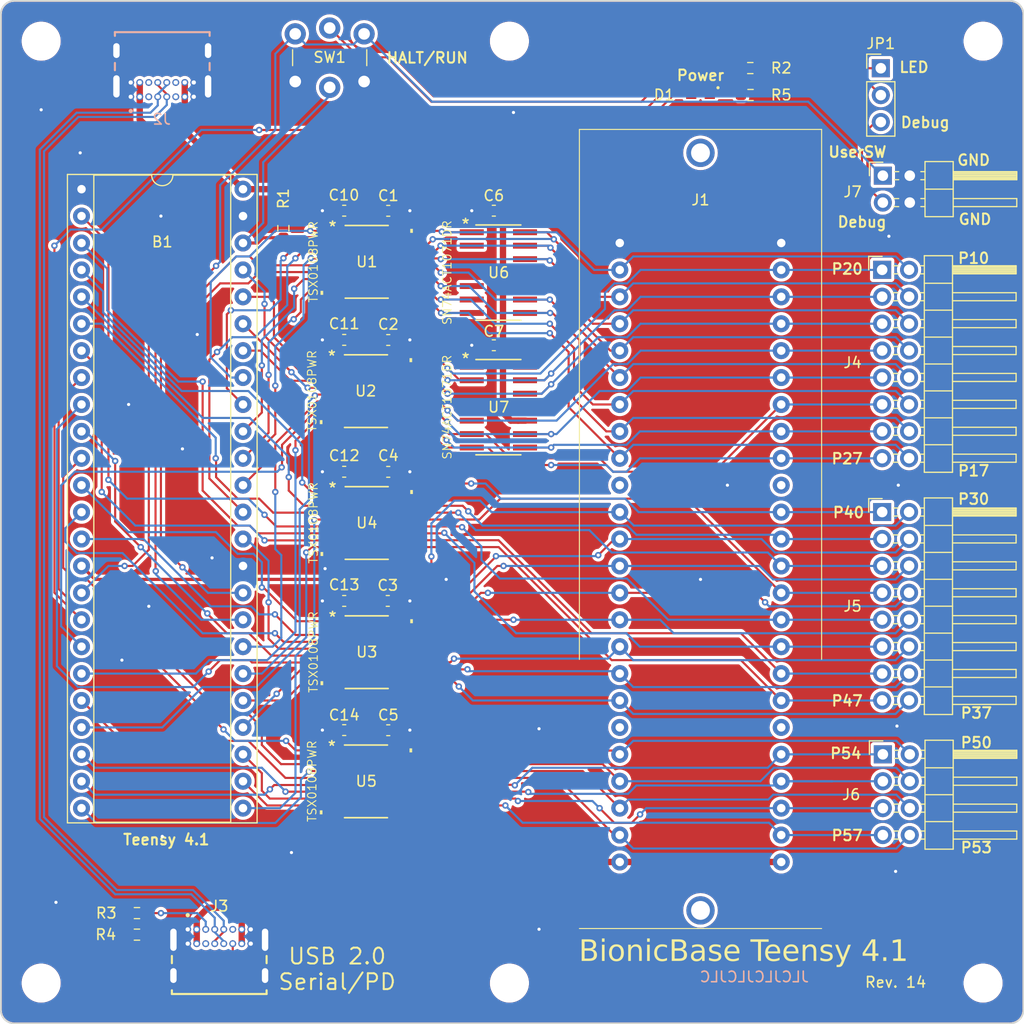
<source format=kicad_pcb>
(kicad_pcb (version 20240108) (generator "pcbnew") (generator_version "8.0")
  (title_block (title "BionicBase Teensy 4.1") (date "2025-03-02") (rev "14") (company "Tadashi G. Takaoka"))
  (layers (0 "F.Cu" mixed) (31 "B.Cu" mixed) (34 "B.Paste" user) (35 "F.Paste" user) (36 "B.SilkS" user "B.Silkscreen") (37 "F.SilkS" user "F.Silkscreen") (38 "B.Mask" user) (39 "F.Mask" user) (44 "Edge.Cuts" user))
  (net 0 "")
  (net 1 "GND")
  (net 2 "Net-(B1-P6.03)")
  (net 3 "Net-(B1-P6.02)")
  (net 4 "Net-(B1-P9.04)")
  (net 5 "Net-(B1-P9.05)")
  (net 6 "Net-(B1-P9.06)")
  (net 7 "Net-(B1-P9.08)")
  (net 8 "Net-(B1-P7.10)")
  (net 9 "Net-(B1-P7.17)")
  (net 10 "Net-(B1-P7.16)")
  (net 11 "Net-(B1-P7.11)")
  (net 12 "Net-(B1-P7.00)")
  (net 13 "Net-(B1-P7.02)")
  (net 14 "Net-(B1-P7.01)")
  (net 15 "+3.3V")
  (net 16 "Net-(B1-P6.12)")
  (net 17 "Net-(B1-P6.13)")
  (net 18 "Net-(B1-P6.30)")
  (net 19 "Net-(B1-P6.31)")
  (net 20 "Net-(B1-P8.18)")
  (net 21 "Net-(B1-P9.31)")
  (net 22 "Net-(B1-P8.23)")
  (net 23 "Net-(B1-P8.22)")
  (net 24 "Net-(B1-P7.12)")
  (net 25 "Net-(B1-P9.07)")
  (net 26 "Net-(B1-P7.29)")
  (net 27 "Net-(B1-P7.28)")
  (net 28 "Net-(B1-P7.18)")
  (net 29 "Net-(B1-P7.19)")
  (net 30 "Net-(B1-P6.28)")
  (net 31 "Net-(B1-P6.29)")
  (net 32 "Net-(B1-P6.20)")
  (net 33 "Net-(B1-P6.21)")
  (net 34 "Net-(B1-P7.03{slash}LED)")
  (net 35 "Net-(B1-P6.18)")
  (net 36 "Net-(B1-P6.19)")
  (net 37 "Net-(B1-P6.23)")
  (net 38 "Net-(B1-P6.22)")
  (net 39 "Net-(B1-P6.17)")
  (net 40 "Net-(B1-P6.16)")
  (net 41 "Net-(B1-P6.26)")
  (net 42 "Net-(B1-P6.27)")
  (net 43 "Net-(B1-P6.24)")
  (net 44 "Net-(B1-P6.25)")
  (net 45 "VCC")
  (net 46 "/P10")
  (net 47 "/P11")
  (net 48 "/P12")
  (net 49 "/P13")
  (net 50 "/P14")
  (net 51 "/P15")
  (net 52 "/P16")
  (net 53 "/P17")
  (net 55 "/P30")
  (net 56 "/P31")
  (net 57 "/P32")
  (net 58 "/P33")
  (net 59 "/P34")
  (net 60 "/P35")
  (net 61 "/P36")
  (net 62 "/P37")
  (net 63 "/P50")
  (net 64 "/P51")
  (net 65 "/P52")
  (net 66 "/P53")
  (net 67 "/P57")
  (net 68 "/P56")
  (net 69 "/P55")
  (net 70 "/P54")
  (net 71 "/P47")
  (net 72 "/P46")
  (net 73 "/P45")
  (net 74 "/P44")
  (net 75 "/P43")
  (net 76 "/P42")
  (net 77 "/P41")
  (net 78 "/P40")
  (net 80 "/P27")
  (net 81 "/P26")
  (net 82 "/P25")
  (net 83 "/P24")
  (net 84 "/P23")
  (net 85 "/P22")
  (net 86 "/P21")
  (net 87 "/P20")
  (net 88 "Net-(SW1-K)")
  (net 94 "Net-(J2-D+-PadA6)")
  (net 95 "Net-(J3-CC1)")
  (net 97 "Net-(J3-CC2)")
  (net 99 "Net-(J2-D--PadA7)")
  (net 103 "Net-(D1-K)")
  (net 104 "Net-(J7-Pin_3)")
  (net 105 "Net-(JP1-A)")
  (footprint "Capacitor_SMD:C_0603_1608Metric_Pad1.08x0.95mm_HandSolder" (layer "F.Cu") (at 109.6275 110.905)
    (property "Reference" "C5")
    (property "Value" "0.1u")
  )
  (footprint "ti:PW20-M" (layer "F.Cu") (at 107.527 115.731)
    (property "Reference" "U5")
    (property "Value" "TXS0108EPW")
  )
  (footprint "rhom:LED_CSL1901UW1_ROM-M" (layer "F.Cu") (at 139.1 50.95 180)
    (property "Reference" "D1")
    (property "Value" "CSL1901UW1")
  )
  (footprint "bionic-base:DIP-48_W15.24mm_Socket" (layer "F.Cu") (at 80.68 59.84)
    (property "Reference" "B1")
    (property "Value" "Teensy4.1")
  )
  (footprint "ti:PW20-M" (layer "F.Cu") (at 107.5955 66.698)
    (property "Reference" "U1")
    (property "Value" "TXS0108EPW")
  )
  (footprint "Connector_PinHeader_2.54mm:PinHeader_2x02_P2.54mm_Horizontal" (layer "F.Cu") (at 156.31 58.565)
    (property "Reference" "J7")
    (property "Value" "Debug")
  )
  (footprint "Connector_PinHeader_2.54mm:PinHeader_2x08_P2.54mm_Horizontal" (layer "F.Cu") (at 156.245 67.45)
    (property "Reference" "J4")
    (property "Value" "P1/P2")
  )
  (footprint "Resistor_SMD:R_0603_1608Metric_Pad0.98x0.95mm_HandSolder" (layer "F.Cu") (at 85.9124 128.166 180)
    (property "Reference" "R3")
    (property "Value" "5.1k")
  )
  (footprint "MountingHole:MountingHole_3.2mm_M3" (layer "F.Cu") (at 165.77 45.87)
    (property "Reference" "MH3" (hide yes))
    (property "Value" "MountingHole_3.2mm_M3" (hide yes))
  )
  (footprint "Capacitor_SMD:C_0603_1608Metric_Pad1.08x0.95mm_HandSolder" (layer "F.Cu") (at 105.4715 74.064 180)
    (property "Reference" "C11")
    (property "Value" "0.1u")
  )
  (footprint "ti:PW20-M" (layer "F.Cu") (at 107.5955 91.347)
    (property "Reference" "U4")
    (property "Value" "TXS0108EPW")
  )
  (footprint "Resistor_SMD:R_0603_1608Metric_Pad0.98x0.95mm_HandSolder" (layer "F.Cu") (at 85.9124 130.198 180)
    (property "Reference" "R4")
    (property "Value" "5.1k")
  )
  (footprint "MountingHole:MountingHole_3.2mm_M3" (layer "F.Cu") (at 165.77 134.77)
    (property "Reference" "MH4" (hide yes))
    (property "Value" "MountingHole_3.2mm_M3" (hide yes))
  )
  (footprint "Capacitor_SMD:C_0603_1608Metric_Pad1.08x0.95mm_HandSolder" (layer "F.Cu") (at 105.4715 110.894 180)
    (property "Reference" "C14")
    (property "Value" "0.1u")
  )
  (footprint "MountingHole:MountingHole_3.2mm_M3" (layer "F.Cu") (at 121.066 134.77)
    (property "Reference" "MH5" (hide yes))
    (property "Value" "MountingHole_3.2mm_M3" (hide yes))
  )
  (footprint "bionic-base:Aries_ZIF_socket_DIP-48-pin" (layer "F.Cu") (at 139.1 78.89)
    (property "Reference" "J1")
    (property "Value" "Bionic_ZIF_Socket_48pin" (hide yes))
  )
  (footprint "Capacitor_SMD:C_0603_1608Metric_Pad1.08x0.95mm_HandSolder" (layer "F.Cu") (at 119.5944 61.872 180)
    (property "Reference" "C6")
    (property "Value" "0.1u")
  )
  (footprint "Capacitor_SMD:C_0603_1608Metric_Pad1.08x0.95mm_HandSolder" (layer "F.Cu") (at 109.5841 98.702)
    (property "Reference" "C3")
    (property "Value" "0.1u")
  )
  (footprint "Connector_PinHeader_2.54mm:PinHeader_2x04_P2.54mm_Horizontal" (layer "F.Cu") (at 156.31 113.18)
    (property "Reference" "J6")
    (property "Value" "P5")
  )
  (footprint "MountingHole:MountingHole_3.2mm_M3" (layer "F.Cu") (at 76.87 134.77)
    (property "Reference" "MH6" (hide yes))
    (property "Value" "MountingHole_3.2mm_M3" (hide yes))
  )
  (footprint "Capacitor_SMD:C_0603_1608Metric_Pad1.08x0.95mm_HandSolder" (layer "F.Cu") (at 109.6275 74.075)
    (property "Reference" "C2")
    (property "Value" "0.1u")
  )
  (footprint "Resistor_SMD:R_0603_1608Metric_Pad0.98x0.95mm_HandSolder" (layer "F.Cu") (at 143.799 48.41)
    (property "Reference" "R2")
    (property "Value" "560")
  )
  (footprint "Resistor_SMD:R_0603_1608Metric_Pad0.98x0.95mm_HandSolder" (layer "F.Cu") (at 99.73 63.523 90)
    (property "Reference" "R1")
    (property "Value" "4.7k")
  )
  (footprint "MountingHole:MountingHole_3.2mm_M3" (layer "F.Cu") (at 76.87 45.87)
    (property "Reference" "MH1" (hide yes))
    (property "Value" "MountingHole_3.2mm_M3" (hide yes))
  )
  (footprint "ti:D14-M" (layer "F.Cu") (at 120.0238 67.714)
    (property "Reference" "U6")
    (property "Value" "SN74ACT1071DR")
  )
  (footprint "Resistor_SMD:R_0603_1608Metric_Pad0.98x0.95mm_HandSolder" (layer "F.Cu") (at 143.8225 50.95)
    (property "Reference" "R5")
    (property "Value" "1.6k")
  )
  (footprint "Capacitor_SMD:C_0603_1608Metric_Pad1.08x0.95mm_HandSolder" (layer "F.Cu") (at 119.5944 74.572 180)
    (property "Reference" "C7")
    (property "Value" "0.1u")
  )
  (footprint "Capacitor_SMD:C_0603_1608Metric_Pad1.08x0.95mm_HandSolder" (layer "F.Cu") (at 105.4715 98.702 180)
    (property "Reference" "C13")
    (property "Value" "0.1u")
  )
  (footprint "Capacitor_SMD:C_0603_1608Metric_Pad1.08x0.95mm_HandSolder" (layer "F.Cu") (at 109.6275 61.883)
    (property "Reference" "C1")
    (property "Value" "0.1u")
  )
  (footprint "Capacitor_SMD:C_0603_1608Metric_Pad1.08x0.95mm_HandSolder" (layer "F.Cu") (at 105.4715 86.51 180)
    (property "Reference" "C12")
    (property "Value" "0.1u")
  )
  (footprint "Connector_PinHeader_2.54mm:PinHeader_2x08_P2.54mm_Horizontal" (layer "F.Cu") (at 156.245 90.31)
    (property "Reference" "J5")
    (property "Value" "P3/P4")
  )
  (footprint "ti:PW20-M" (layer "F.Cu") (at 107.527 78.901)
    (property "Reference" "U2")
    (property "Value" "TXS0108EPW")
  )
  (footprint "Connector_PinHeader_2.54mm:PinHeader_1x03_P2.54mm_Vertical" (layer "F.Cu") (at 156.118 48.425)
    (property "Reference" "JP1")
    (property "Value" "Debug")
  )
  (footprint "Capacitor_SMD:C_0603_1608Metric_Pad1.08x0.95mm_HandSolder" (layer "F.Cu") (at 109.6275 86.521)
    (property "Reference" "C4")
    (property "Value" "0.1u")
  )
  (footprint "bionic-base:SW_PUSH_LED_6mm" (layer "F.Cu") (at 100.85 45.18)
    (property "Reference" "SW1")
    (property "Value" "USR_SW")
  )
  (footprint "ti:PW20-M" (layer "F.Cu") (at 107.5955 103.539)
    (property "Reference" "U3")
    (property "Value" "TXS0108EPW")
  )
  (footprint "ti:D14-M" (layer "F.Cu") (at 120.0238 80.414)
    (property "Reference" "U7")
    (property "Value" "SN74ACT1071DR")
  )
  (footprint "bionic-base:GCT_USB4085-GF-A_REVB" (layer "F.Cu") (at 93.678 134.0605)
    (property "Reference" "J3")
    (property "Value" "USB_C_USB2.0_16P")
  )
  (footprint "Capacitor_SMD:C_0603_1608Metric_Pad1.08x0.95mm_HandSolder" (layer "F.Cu") (at 105.4715 61.872 180)
    (property "Reference" "C10")
    (property "Value" "0.1u")
  )
  (footprint "MountingHole:MountingHole_3.2mm_M3" (layer "F.Cu") (at 121.066 45.87)
    (property "Reference" "MH2" (hide yes))
    (property "Value" "MountingHole_3.2mm_M3" (hide yes))
  )
  (footprint "bionic-base:GCT_USB4085-GF-A_REVB" (layer "B.Cu") (at 88.3 46.759)
    (property "Reference" "J2")
    (property "Value" "USB_C_USB2.0_16P")
  )
  (gr_arc (start 73.06 43.33) (mid 73.431974 42.431974) (end 74.33 42.06) (stroke (width 0.15)) (layer "Edge.Cuts"))
  (gr_arc (start 169.58 137.31) (mid 169.208026 138.208026) (end 168.31 138.58) (stroke (width 0.15)) (layer "Edge.Cuts"))
  (gr_line (start 168.31 138.58) (end 74.33 138.58) (stroke (width 0.15)) (layer "Edge.Cuts"))
  (gr_line (start 169.58 43.33) (end 169.58 137.31) (stroke (width 0.15)) (layer "Edge.Cuts"))
  (gr_arc (start 74.33 138.58) (mid 73.431974 138.208026) (end 73.06 137.31) (stroke (width 0.15)) (layer "Edge.Cuts"))
  (gr_arc (start 168.31 42.06) (mid 169.208026 42.431974) (end 169.58 43.33) (stroke (width 0.15)) (layer "Edge.Cuts"))
  (gr_line (start 168.31 42.06) (end 74.33 42.06) (stroke (width 0.15)) (layer "Edge.Cuts"))
  (gr_line (start 73.06 137.31) (end 73.06 43.33) (stroke (width 0.15)) (layer "Edge.Cuts"))
  (gr_text "JLCJLCJLCJLC" (at 144.18 134.77 0) (layer "B.SilkS") (effects (font (size 1 1)) (justify bottom mirror)))
  (gr_text "P20\n" (at 152.943 67.958 0) (layer "F.SilkS") (effects (font (size 1 1) (thickness 0.1875)) (justify bottom)))
  (gr_text "GND" (at 165.008 63.269 0) (layer "F.SilkS") (effects (font (size 1 1) (thickness 0.1875)) (justify bottom)))
  (gr_text "P30" (at 164.881 89.675 0) (layer "F.SilkS") (effects (font (size 1 1) (thickness 0.1875)) (justify bottom)))
  (gr_text "HALT/RUN" (at 109.382 48.029 0) (layer "F.SilkS") (effects (font (size 1 1) (thickness 0.1875)) (justify left bottom)))
  (gr_text "Rev. 14" (at 157.515 135.278 0) (layer "F.SilkS") (effects (font (size 1 1)) (justify bottom)))
  (gr_text "P54" (at 152.816 113.678 0) (layer "F.SilkS") (effects (font (size 1 1) (thickness 0.1875)) (justify bottom)))
  (gr_text "USB 2.0\nSerial/PD" (at 104.81 135.532 0) (layer "F.SilkS") (effects (font (size 1.5 1.5) (thickness 0.1875)) (justify bottom)))
  (gr_text "P17\n" (at 164.881 87.008 0) (layer "F.SilkS") (effects (font (size 1 1) (thickness 0.1875)) (justify bottom)))
  (gr_text "Teensy 4.1" (at 88.681 121.816 0) (layer "F.SilkS") (effects (font (size 1 1) (thickness 0.2) (bold yes)) (justify bottom)))
  (gr_text "P47" (at 152.943 108.725 0) (layer "F.SilkS") (effects (font (size 1 1) (thickness 0.1875)) (justify bottom)))
  (gr_text "UserSW" (at 156.753 56.919 0) (layer "F.SilkS") (effects (font (size 1 1) (thickness 0.2) (bold yes)) (justify right bottom)))
  (gr_text "BionicBase Teensy 4.1" (at 143.164 131.849 0) (layer "F.SilkS") (effects (font (size 2 2))))
  (gr_text "Debug" (at 156.753 63.523 0) (layer "F.SilkS") (effects (font (size 1 1) (thickness 0.1875)) (justify right bottom)))
  (gr_text "Debug" (at 157.896 54.125 0) (layer "F.SilkS") (effects (font (size 1 1) (thickness 0.1875)) (justify left bottom)))
  (gr_text "SN74ACT1071DR" (at 115.6574 67.714 90) (layer "F.SilkS") (effects (font (size 0.8 0.8)) (justify bottom)))
  (gr_text "P37" (at 165.135 109.868 0) (layer "F.SilkS") (effects (font (size 1 1) (thickness 0.1875)) (justify bottom)))
  (gr_text "TSX0108PWR" (at 102.905 78.89 90) (layer "F.SilkS") (effects (font (size 0.8 0.8)) (justify bottom)))
  (gr_text "Power" (at 139.1 49.68 0) (layer "F.SilkS") (effects (font (size 1 1) (thickness 0.1875)) (justify bottom)))
  (gr_text "LED" (at 157.769 48.918 0) (layer "F.SilkS") (effects (font (size 1 1) (thickness 0.1875)) (justify left bottom)))
  (gr_text "GND" (at 164.881 57.681 0) (layer "F.SilkS") (effects (font (size 1 1) (thickness 0.1875)) (justify bottom)))
  (gr_text "P50" (at 165.135 112.662 0) (layer "F.SilkS") (effects (font (size 1 1) (thickness 0.1875)) (justify bottom)))
  (gr_text "P27" (at 152.943 85.865 0) (layer "F.SilkS") (effects (font (size 1 1) (thickness 0.1875)) (justify bottom)))
  (gr_text "SN74ACT1071DR" (at 115.6574 80.414 90) (layer "F.SilkS") (effects (font (size 0.8 0.8)) (justify bottom)))
  (gr_text "P57" (at 152.943 121.425 0) (layer "F.SilkS") (effects (font (size 1 1) (thickness 0.1875)) (justify bottom)))
  (gr_text "P53" (at 165.135 122.568 0) (layer "F.SilkS") (effects (font (size 1 1) (thickness 0.1875)) (justify bottom)))
  (gr_text "P10" (at 164.881 66.942 0) (layer "F.SilkS") (effects (font (size 1 1) (thickness 0.1875)) (justify bottom)))
  (gr_text "TSX0108PWR" (at 103.032 103.528 90) (layer "F.SilkS") (effects (font (size 0.8 0.8)) (justify bottom)))
  (gr_text "TSX0108PWR" (at 103.032 66.698 90) (layer "F.SilkS") (effects (font (size 0.8 0.8)) (justify bottom)))
  (gr_text "TSX0108PWR" (at 102.905 115.72 90) (layer "F.SilkS") (effects (font (size 0.8 0.8)) (justify bottom)))
  (gr_text "P40" (at 153.07 90.945 0) (layer "F.SilkS") (effects (font (size 1 1) (thickness 0.1875)) (justify bottom)))
  (gr_text "TSX0108PWR" (at 103.032 91.336 90) (layer "F.SilkS") (effects (font (size 0.8 0.8)) (justify bottom)))
  (via (at 103.413 74.064) (size 0.6) (drill 0.3) (layers "F.Cu" "B.Cu") (net 1))
  (via (at 156.88 64.285) (size 0.6) (drill 0.3) (layers "F.Cu" "B.Cu") (net 1))
  (via (at 123.86 129.69) (size 0.6) (drill 0.3) (layers "F.Cu" "B.Cu") (net 1))
  (via (at 103.413 86.51) (size 0.6) (drill 0.3) (layers "F.Cu" "B.Cu") (net 1))
  (via (at 76.87 52.347) (size 0.6) (drill 0.3) (layers "F.Cu" "B.Cu") (net 1))
  (via (at 91.602 73.556) (size 0.6) (drill 0.3) (layers "F.Cu" "B.Cu") (net 1))
  (via (at 141.64 87.78) (size 0.6) (drill 0.3) (layers "F.Cu" "B.Cu") (net 1))
  (via (at 88.3 120.927) (size 0.6) (drill 0.3) (layers "F.Cu" "B.Cu") (net 1))
  (via (at 139.1 96.67) (size 0.6) (drill 0.3) (layers "F.Cu" "B.Cu") (net 1))
  (via (at 111.668 86.51) (size 0.6) (drill 0.3) (layers "F.Cu" "B.Cu") (net 1))
  (via (at 90.205 84.351) (size 0.6) (drill 0.3) (layers "F.Cu" "B.Cu") (net 1))
  (via (at 103.413 110.894) (size 0.6) (drill 0.3) (layers "F.Cu" "B.Cu") (net 1))
  (via (at 111.668 110.894) (size 0.6) (drill 0.3) (layers "F.Cu" "B.Cu") (net 1))
  (via (at 111.668 61.872) (size 0.6) (drill 0.3) (layers "F.Cu" "B.Cu") (net 1))
  (via (at 111.668 98.702) (size 0.6) (drill 0.3) (layers "F.Cu" "B.Cu") (net 1))
  (via (at 111.668 74.064) (size 0.6) (drill 0.3) (layers "F.Cu" "B.Cu") (net 1))
  (via (at 157.515 124.229) (size 0.6) (drill 0.3) (layers "F.Cu" "B.Cu") (net 1))
  (via (at 87.03 99.21) (size 0.6) (drill 0.3) (layers "F.Cu" "B.Cu") (net 1))
  (via (at 117.51 74.572) (size 0.6) (drill 0.3) (layers "F.Cu" "B.Cu") (net 1))
  (via (at 103.413 61.872) (size 0.6) (drill 0.3) (layers "F.Cu" "B.Cu") (net 1))
  (via (at 85.125 80.16) (size 0.6) (drill 0.3) (layers "F.Cu" "B.Cu") (net 1))
  (via (at 123.86 110.767) (size 0.6) (drill 0.3) (layers "F.Cu" "B.Cu") (net 1))
  (via (at 100.492 122.451) (size 0.6) (drill 0.3) (layers "F.Cu" "B.Cu") (net 1))
  (via (at 92.999 94.638) (size 0.6) (drill 0.3) (layers "F.Cu" "B.Cu") (net 1))
  (via (at 157.769 87.78) (size 0.6) (drill 0.3) (layers "F.Cu" "B.Cu") (net 1))
  (via (at 103.413 98.702) (size 0.6) (drill 0.3) (layers "F.Cu" "B.Cu") (net 1))
  (via (at 80.553 56.411) (size 0.6) (drill 0.3) (layers "F.Cu" "B.Cu") (net 1))
  (via (at 78.267 127.15) (size 0.6) (drill 0.3) (layers "F.Cu" "B.Cu") (net 1))
  (via (at 117.51 61.872) (size 0.6) (drill 0.3) (layers "F.Cu" "B.Cu") (net 1))
  (via (at 115.097 96.67) (size 0.6) (drill 0.3) (layers "F.Cu" "B.Cu") (net 1))
  (via (at 121.447 52.601) (size 0.6) (drill 0.3) (layers "F.Cu" "B.Cu") (net 1))
  (via (at 88.173 62.38) (size 0.6) (drill 0.3) (layers "F.Cu" "B.Cu") (net 1))
  (via (at 157.642 110.513) (size 0.6) (drill 0.3) (layers "F.Cu" "B.Cu") (net 1))
  (via (at 103.667 95.654) (size 0.6) (drill 0.3) (layers "F.Cu" "B.Cu") (net 1))
  (via (at 84.49 104.29) (size 0.6) (drill 0.3) (layers "F.Cu" "B.Cu") (net 1))
  (segment (start 83.22 64.92) (end 80.68 62.38) (width 0.2) (layer "F.Cu") (net 2))
  (segment (start 99.05 91.672) (end 104.6245 91.672) (width 0.2) (layer "F.Cu") (net 2))
  (segment (start 97.952 90.574) (end 99.05 91.672) (width 0.2) (layer "F.Cu") (net 2))
  (segment (start 83.22 87.272) (end 83.22 64.92) (width 0.2) (layer "F.Cu") (net 2))
  (via (at 83.22 87.272) (size 0.6) (drill 0.3) (layers "F.Cu" "B.Cu") (net 2))
  (via (at 97.952 90.574) (size 0.6) (drill 0.3) (layers "F.Cu" "B.Cu") (net 2))
  (segment (start 97.952 90.574) (end 96.428 89.05) (width 0.2) (layer "B.Cu") (net 2))
  (segment (start 84.998 89.05) (end 83.22 87.272) (width 0.2) (layer "B.Cu") (net 2))
  (segment (start 96.428 89.05) (end 84.998 89.05) (width 0.2) (layer "B.Cu") (net 2))
  (segment (start 92.11 78.001) (end 92.11 88.288) (width 0.2) (layer "F.Cu") (net 3))
  (segment (start 95.412 91.59) (end 96.555 91.59) (width 0.2) (layer "F.Cu") (net 3))
  (segment (start 97.287 92.322) (end 104.6245 92.322) (width 0.2) (layer "F.Cu") (net 3))
  (segment (start 96.555 91.59) (end 97.287 92.322) (width 0.2) (layer "F.Cu") (net 3))
  (segment (start 92.11 88.288) (end 95.412 91.59) (width 0.2) (layer "F.Cu") (net 3))
  (via (at 92.11 78.001) (size 0.6) (drill 0.3) (layers "F.Cu" "B.Cu") (net 3))
  (segment (start 89.824 78.001) (end 83.112 71.289) (width 0.2) (layer "B.Cu") (net 3))
  (segment (start 92.11 78.001) (end 89.824 78.001) (width 0.2) (layer "B.Cu") (net 3))
  (segment (start 83.112 71.289) (end 83.112 67.352) (width 0.2) (layer "B.Cu") (net 3))
  (segment (start 83.112 67.352) (end 80.68 64.92) (width 0.2) (layer "B.Cu") (net 3))
  (segment (start 102.4224 88.4404) (end 104.6061 88.4404) (width 0.2) (layer "F.Cu") (net 4))
  (segment (start 104.6061 88.4404) (end 104.6245 88.422) (width 0.2) (layer "F.Cu") (net 4))
  (segment (start 101.508 87.526) (end 102.4224 88.4404) (width 0.2) (layer "F.Cu") (net 4))
  (via (at 101.508 87.526) (size 0.6) (drill 0.3) (layers "F.Cu" "B.Cu") (net 4))
  (segment (start 90.135686 78.89) (end 82.712 71.466314) (width 0.2) (layer "B.Cu") (net 4))
  (segment (start 82.712 69.492) (end 80.68 67.46) (width 0.2) (layer "B.Cu") (net 4))
  (segment (start 82.712 71.466314) (end 82.712 69.492) (width 0.2) (layer "B.Cu") (net 4))
  (segment (start 96.428 78.89) (end 90.135686 78.89) (width 0.2) (layer "B.Cu") (net 4))
  (segment (start 101.508 83.97) (end 96.428 78.89) (width 0.2) (layer "B.Cu") (net 4))
  (segment (start 101.508 87.526) (end 101.508 83.97) (width 0.2) (layer "B.Cu") (net 4))
  (segment (start 100.238 88.288) (end 101.672 89.722) (width 0.2) (layer "F.Cu") (net 5))
  (segment (start 101.672 89.722) (end 104.6245 89.722) (width 0.2) (layer "F.Cu") (net 5))
  (segment (start 100.238 87.018) (end 100.238 88.288) (width 0.2) (layer "F.Cu") (net 5))
  (via (at 100.238 87.018) (size 0.6) (drill 0.3) (layers "F.Cu" "B.Cu") (net 5))
  (segment (start 100.238 87.018) (end 100.238 85.113) (width 0.2) (layer "B.Cu") (net 5))
  (segment (start 96.555 81.43) (end 92.11 81.43) (width 0.2) (layer "B.Cu") (net 5))
  (segment (start 100.238 85.113) (end 96.555 81.43) (width 0.2) (layer "B.Cu") (net 5))
  (segment (start 92.11 81.43) (end 80.68 70) (width 0.2) (layer "B.Cu") (net 5))
  (segment (start 93.38 87.018) (end 95.412 89.05) (width 0.2) (layer "F.Cu") (net 6))
  (segment (start 95.412 89.05) (end 97.444 89.05) (width 0.2) (layer "F.Cu") (net 6))
  (segment (start 98.766 90.372) (end 104.6245 90.372) (width 0.2) (layer "F.Cu") (net 6))
  (segment (start 93.345 85.24) (end 93.38 85.275) (width 0.2) (layer "F.Cu") (net 6))
  (segment (start 97.444 89.05) (end 98.766 90.372) (width 0.2) (layer "F.Cu") (net 6))
  (segment (start 93.38 85.275) (end 93.38 87.018) (width 0.2) (layer "F.Cu") (net 6))
  (via (at 93.345 85.24) (size 0.6) (drill 0.3) (layers "F.Cu" "B.Cu") (net 6))
  (segment (start 93.345 85.24) (end 93.345 83.3) (width 0.2) (layer "B.Cu") (net 6))
  (segment (start 93.345 83.3) (end 82.585 72.54) (width 0.2) (layer "B.Cu") (net 6))
  (segment (start 82.585 72.54) (end 80.68 72.54) (width 0.2) (layer "B.Cu") (net 6))
  (segment (start 82.585 88.415) (end 82.585 76.985) (width 0.2) (layer "F.Cu") (net 7))
  (segment (start 103.7788 92.972) (end 104.6245 92.972) (width 0.2) (layer "F.Cu") (net 7))
  (segment (start 82.585 76.985) (end 80.68 75.08) (width 0.2) (layer "F.Cu") (net 7))
  (segment (start 103.7638 92.987) (end 103.7788 92.972) (width 0.2) (layer "F.Cu") (net 7))
  (segment (start 97.952 92.987) (end 103.7638 92.987) (width 0.2) (layer "F.Cu") (net 7))
  (via (at 97.952 92.987) (size 0.6) (drill 0.3) (layers "F.Cu" "B.Cu") (net 7))
  (via (at 82.585 88.415) (size 0.6) (drill 0.3) (layers "F.Cu" "B.Cu") (net 7))
  (segment (start 82.585 88.415) (end 85.76 91.59) (width 0.2) (layer "B.Cu") (net 7))
  (segment (start 96.555 91.59) (end 97.952 92.987) (width 0.2) (layer "B.Cu") (net 7))
  (segment (start 85.76 91.59) (end 96.555 91.59) (width 0.2) (layer "B.Cu") (net 7))
  (segment (start 94.0785 110.8305) (end 82.458 99.21) (width 0.2) (layer "F.Cu") (net 8))
  (segment (start 80.156182 99.21) (end 78.521 97.574818) (width 0.2) (layer "F.Cu") (net 8))
  (segment (start 78.521 97.574818) (end 78.521 79.779) (width 0.2) (layer "F.Cu") (net 8))
  (segment (start 99.984 111.91) (end 100.88 112.806) (width 0.2) (layer "F.Cu") (net 8))
  (segment (start 82.458 99.21) (end 80.156182 99.21) (width 0.2) (layer "F.Cu") (net 8))
  (segment (start 100.88 112.806) (end 104.556 112.806) (width 0.2) (layer "F.Cu") (net 8))
  (segment (start 78.521 79.779) (end 80.68 77.62) (width 0.2) (layer "F.Cu") (net 8))
  (via (at 99.984 111.91) (size 0.6) (drill 0.3) (layers "F.Cu" "B.Cu") (net 8))
  (via (at 94.0785 110.8305) (size 0.6) (drill 0.3) (layers "F.Cu" "B.Cu") (net 8))
  (segment (start 95.158 111.91) (end 94.0785 110.8305) (width 0.2) (layer "B.Cu") (net 8))
  (segment (start 99.984 111.91) (end 95.158 111.91) (width 0.2) (layer "B.Cu") (net 8))
  (segment (start 96.555 104.29) (end 96.779 104.514) (width 0.2) (layer "F.Cu") (net 9))
  (segment (start 96.779 104.514) (end 104.6245 104.514) (width 0.2) (layer "F.Cu") (net 9))
  (segment (start 92.67835 105.36635) (end 93.7547 104.29) (width 0.2) (layer "F.Cu") (net 9))
  (segment (start 93.7547 104.29) (end 96.555 104.29) (width 0.2) (layer "F.Cu") (net 9))
  (via (at 92.67835 105.36635) (size 0.6) (drill 0.3) (layers "F.Cu" "B.Cu") (net 9))
  (segment (start 78.356 104.8545) (end 78.356 82.484) (width 0.2) (layer "B.Cu") (net 9))
  (segment (start 80.3315 106.83) (end 78.356 104.8545) (width 0.2) (layer "B.Cu") (net 9))
  (segment (start 92.67835 105.36635) (end 91.2147 106.83) (width 0.2) (layer "B.Cu") (net 9))
  (segment (start 78.356 82.484) (end 80.68 80.16) (width 0.2) (layer "B.Cu") (net 9))
  (segment (start 91.2147 106.83) (end 80.3315 106.83) (width 0.2) (layer "B.Cu") (net 9))
  (segment (start 92.5545 99.88) (end 92.5545 99.9085) (width 0.2) (layer "F.Cu") (net 10))
  (segment (start 94.396 101.75) (end 96.4788 101.75) (width 0.2) (layer "F.Cu") (net 10))
  (segment (start 86.268 93.622) (end 83.855 91.209) (width 0.2) (layer "F.Cu") (net 10))
  (segment (start 92.5545 99.9085) (end 94.396 101.75) (width 0.2) (layer "F.Cu") (net 10))
  (segment (start 98.592798 103.863998) (end 104.6245 103.863998) (width 0.2) (layer "F.Cu") (net 10))
  (segment (start 83.855 91.209) (end 83.855 85.494) (width 0.2) (layer "F.Cu") (net 10))
  (segment (start 96.4788 101.75) (end 98.592798 103.863998) (width 0.2) (layer "F.Cu") (net 10))
  (via (at 86.268 93.622) (size 0.6) (drill 0.3) (layers "F.Cu" "B.Cu") (net 10))
  (via (at 83.855 85.494) (size 0.6) (drill 0.3) (layers "F.Cu" "B.Cu") (net 10))
  (via (at 92.5545 99.88) (size 0.6) (drill 0.3) (layers "F.Cu" "B.Cu") (net 10))
  (segment (start 81.061 82.7) (end 80.68 82.7) (width 0.2) (layer "B.Cu") (net 10))
  (segment (start 92.526 99.88) (end 86.268 93.622) (width 0.2) (layer "B.Cu") (net 10))
  (segment (start 92.5545 99.88) (end 92.526 99.88) (width 0.2) (layer "B.Cu") (net 10))
  (segment (start 83.855 85.494) (end 81.061 82.7) (width 0.2) (layer "B.Cu") (net 10))
  (segment (start 96.428 109.37) (end 93.888 109.37) (width 0.2) (layer "F.Cu") (net 11))
  (segment (start 78.9528 86.9672) (end 80.68 85.24) (width 0.2) (layer "F.Cu") (net 11))
  (segment (start 97.698 112.291) (end 97.698 110.64) (width 0.2) (layer "F.Cu") (net 11))
  (segment (start 97.698 110.64) (end 96.428 109.37) (width 0.2) (layer "F.Cu") (net 11))
  (segment (start 104.556 114.106) (end 99.513 114.106) (width 0.2) (layer "F.Cu") (net 11))
  (segment (start 93.888 109.37) (end 81.188 96.67) (width 0.2) (layer "F.Cu") (net 11))
  (segment (start 80.045 96.67) (end 78.9528 95.5778) (width 0.2) (layer "F.Cu") (net 11))
  (segment (start 78.9528 95.5778) (end 78.9528 86.9672) (width 0.2) (layer "F.Cu") (net 11))
  (segment (start 81.188 96.67) (end 80.045 96.67) (width 0.2) (layer "F.Cu") (net 11))
  (segment (start 99.513 114.106) (end 97.698 112.291) (width 0.2) (layer "F.Cu") (net 11))
  (segment (start 97.698 97.432) (end 97.8481 97.432) (width 0.2) (layer "F.Cu") (net 12))
  (segment (start 101.0301 100.614) (end 104.6245 100.614) (width 0.2) (layer "F.Cu") (net 12))
  (segment (start 97.8481 97.432) (end 101.0301 100.614) (width 0.2) (layer "F.Cu") (net 12))
  (via (at 97.698 97.432) (size 0.6) (drill 0.3) (layers "F.Cu" "B.Cu") (net 12))
  (segment (start 95.412 94.257) (end 93.3627 92.2077) (width 0.2) (layer "B.Cu") (net 12))
  (segment (start 85.1077 92.2077) (end 80.68 87.78) (width 0.2) (layer "B.Cu") (net 12))
  (segment (start 97.698 95.0444) (end 96.9106 94.257) (width 0.2) (layer "B.Cu") (net 12))
  (segment (start 93.3627 92.2077) (end 85.1077 92.2077) (width 0.2) (layer "B.Cu") (net 12))
  (segment (start 97.698 97.432) (end 97.698 95.0444) (width 0.2) (layer "B.Cu") (net 12))
  (segment (start 96.9106 94.257) (end 95.412 94.257) (width 0.2) (layer "B.Cu") (net 12))
  (segment (start 99.747 102.564) (end 104.6245 102.564) (width 0.2) (layer "F.Cu") (net 13))
  (segment (start 98.933 101.75) (end 99.747 102.564) (width 0.2) (layer "F.Cu") (net 13))
  (via (at 98.933 101.75) (size 0.6) (drill 0.3) (layers "F.Cu" "B.Cu") (net 13))
  (segment (start 98.933 101.75) (end 92.11 101.75) (width 0.2) (layer "B.Cu") (net 13))
  (segment (start 79.156 93.114) (end 79.156 91.844) (width 0.2) (layer "B.Cu") (net 13))
  (segment (start 79.156 91.844) (end 80.68 90.32) (width 0.2) (layer "B.Cu") (net 13))
  (segment (start 92.11 101.75) (end 84.5431 94.1831) (width 0.2) (layer "B.Cu") (net 13))
  (segment (start 84.5431 94.1831) (end 80.2251 94.1831) (width 0.2) (layer "B.Cu") (net 13))
  (segment (start 80.2251 94.1831) (end 79.156 93.114) (width 0.2) (layer "B.Cu") (net 13))
  (segment (start 98.933 99.972) (end 100.875 101.914) (width 0.2) (layer "F.Cu") (net 14))
  (segment (start 100.875 101.914) (end 104.6245 101.914) (width 0.2) (layer "F.Cu") (net 14))
  (via (at 98.933 99.972) (size 0.6) (drill 0.3) (layers "F.Cu" "B.Cu") (net 14))
  (segment (start 92.872 99.21) (end 86.522 92.86) (width 0.2) (layer "B.Cu") (net 14))
  (segment (start 98.933 99.972) (end 97.444 99.972) (width 0.2) (layer "B.Cu") (net 14))
  (segment (start 97.444 99.972) (end 96.682 99.21) (width 0.2) (layer "B.Cu") (net 14))
  (segment (start 96.682 99.21) (end 92.872 99.21) (width 0.2) (layer "B.Cu") (net 14))
  (segment (start 86.522 92.86) (end 80.68 92.86) (width 0.2) (layer "B.Cu") (net 14))
  (segment (start 104.624 101.264) (end 104.6245 101.264) (width 0.3) (layer "F.Cu") (net 15))
  (segment (start 106.334 118.641) (end 106.319 118.656) (width 0.3) (layer "F.Cu") (net 15))
  (segment (start 106.319 106.464) (end 106.334 106.449) (width 0.3) (layer "F.Cu") (net 15))
  (segment (start 104.556 76.626) (end 106.312 76.626) (width 0.3) (layer "F.Cu") (net 15))
  (segment (start 106.312 101.264) (end 106.334 101.242) (width 0.3) (layer "F.Cu") (net 15))
  (segment (start 106.312 76.626) (end 106.334 76.604) (width 0.3) (layer "F.Cu") (net 15))
  (segment (start 97.814 64.423) (end 106.323 64.423) (width 0.3) (layer "F.Cu") (net 15))
  (segment (start 104.624 69.623) (end 104.6245 69.623) (width 0.3) (layer "F.Cu") (net 15))
  (segment (start 106.334 64.412) (end 106.334 69.619) (width 0.3) (layer "F.Cu") (net 15))
  (segment (start 106.334 61.872) (end 106.334 64.412) (width 0.3) (layer "F.Cu") (net 15))
  (segment (start 106.323 64.423) (end 106.334 64.412) (width 0.3) (layer "F.Cu") (net 15))
  (segment (start 106.334 94.257) (end 106.334 96.416) (width 0.3) (layer "F.Cu") (net 15))
  (segment (start 106.334 96.416) (end 106.334 98.713) (width 0.3) (layer "F.Cu") (net 15))
  (segment (start 106.334 81.811) (end 106.334 86.521) (width 0.3) (layer "F.Cu") (net 15))
  (segment (start 106.334 113.434) (end 106.334 118.641) (width 0.3) (layer "F.Cu") (net 15))
  (segment (start 104.6245 101.264) (end 106.312 101.264) (width 0.3) (layer "F.Cu") (net 15))
  (segment (start 106.334 110.905) (end 106.334 113.434) (width 0.3) (layer "F.Cu") (net 15))
  (segment (start 97.317 64.92) (end 97.814 64.423) (width 0.3) (layer "F.Cu") (net 15))
  (segment (start 106.334 74.075) (end 106.334 76.604) (width 0.3) (layer "F.Cu") (net 15))
  (segment (start 106.334 89.05) (end 106.334 94.257) (width 0.3) (layer "F.Cu") (net 15))
  (segment (start 104.556 81.826) (end 106.319 81.826) (width 0.3) (layer "F.Cu") (net 15))
  (segment (start 95.92 64.92) (end 97.317 64.92) (width 0.3) (layer "F.Cu") (net 15))
  (segment (start 106.334 76.604) (end 106.334 81.811) (width 0.3) (layer "F.Cu") (net 15))
  (segment (start 106.334 86.521) (end 106.334 89.05) (width 0.3) (layer "F.Cu") (net 15))
  (segment (start 106.08 96.67) (end 106.334 96.416) (width 0.3) (layer "F.Cu") (net 15))
  (segment (start 104.6245 89.072) (end 106.312 89.072) (width 0.3) (layer "F.Cu") (net 15))
  (segment (start 106.33 69.623) (end 106.334 69.619) (width 0.3) (layer "F.Cu") (net 15))
  (segment (start 106.334 69.619) (end 106.334 74.075) (width 0.3) (layer "F.Cu") (net 15))
  (segment (start 106.334 106.449) (end 106.334 110.905) (width 0.3) (layer "F.Cu") (net 15))
  (segment (start 80.68 95.4) (end 81.95 96.67) (width 0.3) (layer "F.Cu") (net 15))
  (segment (start 106.319 118.656) (end 104.556 118.656) (width 0.3) (layer "F.Cu") (net 15))
  (segment (start 104.624 89.072) (end 104.6245 89.072) (width 0.3) (layer "F.Cu") (net 15))
  (segment (start 106.334 98.713) (end 106.334 101.242) (width 0.3) (layer "F.Cu") (net 15))
  (segment (start 104.6245 106.464) (end 106.319 106.464) (width 0.3) (layer "F.Cu") (net 15))
  (segment (start 81.95 96.67) (end 106.08 96.67) (width 0.3) (layer "F.Cu") (net 15))
  (segment (start 104.6245 94.272) (end 106.319 94.272) (width 0.3) (layer "F.Cu") (net 15))
  (segment (start 106.312 113.456) (end 106.334 113.434) (width 0.3) (layer "F.Cu") (net 15))
  (segment (start 106.319 94.272) (end 106.334 94.257) (width 0.3) (layer "F.Cu") (net 15))
  (segment (start 104.624 94.272) (end 104.6245 94.272) (width 0.3) (layer "F.Cu") (net 15))
  (segment (start 104.624 106.464) (end 104.6245 106.464) (width 0.3) (layer "F.Cu") (net 15))
  (segment (start 106.312 89.072) (end 106.334 89.05) (width 0.3) (layer "F.Cu") (net 15))
  (segment (start 106.319 81.826) (end 106.334 81.811) (width 0.3) (layer "F.Cu") (net 15))
  (segment (start 104.556 113.456) (end 106.312 113.456) (width 0.3) (layer "F.Cu") (net 15))
  (segment (start 106.334 101.242) (end 106.334 106.449) (width 0.3) (layer "F.Cu") (net 15))
  (segment (start 104.6245 69.623) (end 106.33 69.623) (width 0.3) (layer "F.Cu") (net 15))
  (segment (start 104.1 50.23) (end 104.1 51.025) (width 0.2) (layer "B.Cu") (net 15))
  (segment (start 97.825 57.3) (end 97.825 63.015) (width 0.2) (layer "B.Cu") (net 15))
  (segment (start 97.825 63.015) (end 95.92 64.92) (width 0.2) (layer "B.Cu") (net 15))
  (segment (start 104.1 51.025) (end 97.825 57.3) (width 0.2) (layer "B.Cu") (net 15))
  (segment (start 87.03 73.429) (end 87.03 93.876) (width 0.2) (layer "F.Cu") (net 16))
  (segment (start 87.03 93.876) (end 85.506 95.4) (width 0.2) (layer "F.Cu") (net 16))
  (segment (start 85.506 95.4) (end 84.744 95.4) (width 0.2) (layer "F.Cu") (net 16))
  (segment (start 93.38 67.079) (end 87.03 73.429) (width 0.2) (layer "F.Cu") (net 16))
  (via (at 84.744 95.4) (size 0.6) (drill 0.3) (layers "F.Cu" "B.Cu") (net 16))
  (via (at 93.38 67.079) (size 0.6) (drill 0.3) (layers "F.Cu" "B.Cu") (net 16))
  (segment (start 93.761 66.698) (end 93.761 59.459) (width 0.2) (layer "B.Cu") (net 16))
  (segment (start 113.755 51.585) (end 107.35 45.18) (width 0.2) (layer "B.Cu") (net 16))
  (segment (start 98.968 54.252) (end 98.968 47.062) (width 0.2) (layer "B.Cu") (net 16))
  (segment (start 156.31 58.565) (end 156.24 58.565) (width 0.2) (layer "B.Cu") (net 16))
  (segment (start 106.35 46.18) (end 107.35 45.18) (width 0.2) (layer "B.Cu") (net 16))
  (segment (start 156.24 58.565) (end 149.26 51.585) (width 0.2) (layer "B.Cu") (net 16))
  (segment (start 98.968 47.062) (end 100.85 45.18) (width 0.2) (layer "B.Cu") (net 16))
  (segment (start 83.22 95.4) (end 80.68 97.94) (width 0.2) (layer "B.Cu") (net 16))
  (segment (start 84.744 95.4) (end 83.22 95.4) (width 0.2) (layer "B.Cu") (net 16))
  (segment (start 93.38 67.079) (end 93.761 66.698) (width 0.2) (layer "B.Cu") (net 16))
  (segment (start 149.26 51.585) (end 113.755 51.585) (width 0.2) (layer "B.Cu") (net 16))
  (segment (start 101.85 46.18) (end 106.35 46.18) (width 0.2) (layer "B.Cu") (net 16))
  (segment (start 100.85 45.18) (end 101.85 46.18) (width 0.2) (layer "B.Cu") (net 16))
  (segment (start 93.761 59.459) (end 98.968 54.252) (width 0.2) (layer "B.Cu") (net 16))
  (segment (start 154.833 49.68) (end 156.118 50.965) (width 0.2) (layer "F.Cu") (net 17))
  (segment (start 156.118 50.965) (end 156.88 50.965) (width 0.2) (layer "F.Cu") (net 17))
  (segment (start 78.121 97.921) (end 80.68 100.48) (width 0.2) (layer "F.Cu") (net 17))
  (segment (start 136.56 49.68) (end 154.833 49.68) (width 0.2) (layer "F.Cu") (net 17))
  (segment (start 97.444 54.252) (end 131.988 54.252) (width 0.2) (layer "F.Cu") (net 17))
  (segment (start 78.121 65.174) (end 78.121 97.921) (width 0.2) (layer "F.Cu") (net 17))
  (segment (start 131.988 54.252) (end 136.56 49.68) (width 0.2) (layer "F.Cu") (net 17))
  (via (at 97.444 54.252) (size 0.6) (drill 0.3) (layers "F.Cu" "B.Cu") (net 17))
  (via (at 78.121 65.174) (size 0.6) (drill 0.3) (layers "F.Cu" "B.Cu") (net 17))
  (segment (start 79.645 63.65) (end 78.121 65.174) (width 0.2) (layer "B.Cu") (net 17))
  (segment (start 97.444 54.252) (end 91.983 54.252) (width 0.2) (layer "B.Cu") (net 17))
  (segment (start 91.983 54.252) (end 82.585 63.65) (width 0.2) (layer "B.Cu") (net 17))
  (segment (start 82.585 63.65) (end 79.645 63.65) (width 0.2) (layer "B.Cu") (net 17))
  (segment (start 99.603 86.0559) (end 99.603 83.97) (width 0.2) (layer "F.Cu") (net 18))
  (segment (start 99.603 83.97) (end 103.047 80.526) (width 0.2) (layer "F.Cu") (net 18))
  (segment (start 103.047 80.526) (end 104.556 80.526) (width 0.2) (layer "F.Cu") (net 18))
  (segment (start 99.568 86.0909) (end 99.603 86.0559) (width 0.2) (layer "F.Cu") (net 18))
  (via (at 99.568 86.0909) (size 0.6) (drill 0.3) (layers "F.Cu" "B.Cu") (net 18))
  (segment (start 78.756 87.799) (end 78.756 101.096) (width 0.2) (layer "B.Cu") (net 18))
  (segment (start 78.756 101.096) (end 80.68 103.02) (width 0.2) (layer "B.Cu") (net 18))
  (segment (start 99.568 86.0909) (end 99.1489 86.51) (width 0.2) (layer "B.Cu") (net 18))
  (segment (start 80.045 86.51) (end 78.756 87.799) (width 0.2) (layer "B.Cu") (net 18))
  (segment (start 99.1489 86.51) (end 80.045 86.51) (width 0.2) (layer "B.Cu") (net 18))
  (segment (start 100.873 83.589) (end 103.286 81.176) (width 0.2) (layer "F.Cu") (net 19))
  (segment (start 100.873 84.478) (end 100.873 83.589) (width 0.2) (layer "F.Cu") (net 19))
  (segment (start 103.286 81.176) (end 104.556 81.176) (width 0.2) (layer "F.Cu") (net 19))
  (via (at 100.873 84.478) (size 0.6) (drill 0.3) (layers "F.Cu" "B.Cu") (net 19))
  (segment (start 92.745 104.29) (end 91.475 105.56) (width 0.2) (layer "B.Cu") (net 19))
  (segment (start 91.475 105.56) (end 80.68 105.56) (width 0.2) (layer "B.Cu") (net 19))
  (segment (start 100.873 101.623) (end 98.206 104.29) (width 0.2) (layer "B.Cu") (net 19))
  (segment (start 100.873 84.478) (end 100.873 101.623) (width 0.2) (layer "B.Cu") (net 19))
  (segment (start 98.206 104.29) (end 92.745 104.29) (width 0.2) (layer "B.Cu") (net 19))
  (segment (start 104.556 115.405999) (end 99.923999 115.405999) (width 0.2) (layer "F.Cu") (net 20))
  (segment (start 96.428 111.91) (end 84.49 111.91) (width 0.2) (layer "F.Cu") (net 20))
  (segment (start 84.49 111.91) (end 80.68 108.1) (width 0.2) (layer "F.Cu") (net 20))
  (segment (start 99.923999 115.405999) (end 96.428 111.91) (width 0.2) (layer "F.Cu") (net 20))
  (segment (start 102.397 93.622) (end 104.6245 93.622) (width 0.2) (layer "F.Cu") (net 21))
  (segment (start 101.889 94.13) (end 102.397 93.622) (width 0.2) (layer "F.Cu") (net 21))
  (via (at 101.889 94.13) (size 0.6) (drill 0.3) (layers "F.Cu" "B.Cu") (net 21))
  (segment (start 101.889 94.13) (end 101.889 102.131) (width 0.2) (layer "B.Cu") (net 21))
  (segment (start 92.11 106.83) (end 88.3 110.64) (width 0.2) (layer "B.Cu") (net 21))
  (segment (start 101.889 102.131) (end 97.19 106.83) (width 0.2) (layer "B.Cu") (net 21))
  (segment (start 88.3 110.64) (end 80.68 110.64) (width 0.2) (layer "B.Cu") (net 21))
  (segment (start 97.19 106.83) (end 92.11 106.83) (width 0.2) (layer "B.Cu") (net 21))
  (segment (start 99.930336 116.703135) (end 99.9332 116.705999) (width 0.2) (layer "F.Cu") (net 22))
  (segment (start 99.9332 116.705999) (end 104.556 116.705999) (width 0.2) (layer "F.Cu") (net 22))
  (via (at 99.930336 116.703135) (size 0.6) (drill 0.3) (layers "F.Cu" "B.Cu") (net 22))
  (segment (start 81.95 114.45) (end 80.68 113.18) (width 0.2) (layer "B.Cu") (net 22))
  (segment (start 97.698 114.45) (end 81.95 114.45) (width 0.2) (layer "B.Cu") (net 22))
  (segment (start 99.930336 116.682336) (end 97.698 114.45) (width 0.2) (layer "B.Cu") (net 22))
  (segment (start 99.930336 116.703135) (end 99.930336 116.682336) (width 0.2) (layer "B.Cu") (net 22))
  (segment (start 104.5364 116.0756) (end 104.556 116.056) (width 0.2) (layer "F.Cu") (net 23))
  (segment (start 104.536398 116.0756) (end 104.556 116.055998) (width 0.2) (layer "F.Cu") (net 23))
  (segment (start 98.8664 116.0756) (end 104.536398 116.0756) (width 0.2) (layer "F.Cu") (net 23))
  (segment (start 98.46 116.482) (end 98.8664 116.0756) (width 0.2) (layer "F.Cu") (net 23))
  (via (at 98.46 116.482) (size 0.6) (drill 0.3) (layers "F.Cu" "B.Cu") (net 23))
  (segment (start 97.952 116.99) (end 81.95 116.99) (width 0.2) (layer "B.Cu") (net 23))
  (segment (start 81.95 116.99) (end 80.68 115.72) (width 0.2) (layer "B.Cu") (net 23))
  (segment (start 98.46 116.482) (end 97.952 116.99) (width 0.2) (layer "B.Cu") (net 23))
  (segment (start 102.194199 114.7548) (end 104.554799 114.7548) (width 0.2) (layer "F.Cu") (net 24))
  (segment (start 102.143 114.805999) (end 102.194199 114.7548) (width 0.2) (layer "F.Cu") (net 24))
  (segment (start 104.554799 114.7548) (end 104.556 114.756001) (width 0.2) (layer "F.Cu") (net 24))
  (via (at 102.143 114.805999) (size 0.6) (drill 0.3) (layers "F.Cu" "B.Cu") (net 24))
  (segment (start 98.968 119.657) (end 82.077 119.657) (width 0.2) (layer "B.Cu") (net 24))
  (segment (start 101.381 115.567999) (end 101.381 117.244) (width 0.2) (layer "B.Cu") (net 24))
  (segment (start 101.381 117.244) (end 98.968 119.657) (width 0.2) (layer "B.Cu") (net 24))
  (segment (start 102.143 114.805999) (end 101.381 115.567999) (width 0.2) (layer "B.Cu") (net 24))
  (segment (start 82.077 119.657) (end 80.68 118.26) (width 0.2) (layer "B.Cu") (net 24))
  (segment (start 102.701 91.022) (end 104.6245 91.022) (width 0.2) (layer "F.Cu") (net 25))
  (segment (start 102.651 91.072) (end 102.701 91.022) (width 0.2) (layer "F.Cu") (net 25))
  (via (at 102.651 91.072) (size 0.6) (drill 0.3) (layers "F.Cu" "B.Cu") (net 25))
  (segment (start 100.873 103.909) (end 100.873 116.8122) (width 0.2) (layer "B.Cu") (net 25))
  (segment (start 102.651 102.131) (end 100.873 103.909) (width 0.2) (layer "B.Cu") (net 25))
  (segment (start 99.4252 118.26) (end 95.92 118.26) (width 0.2) (layer "B.Cu") (net 25))
  (segment (start 102.651 91.072) (end 102.651 102.131) (width 0.2) (layer "B.Cu") (net 25))
  (segment (start 100.873 116.8122) (end 99.4252 118.26) (width 0.2) (layer "B.Cu") (net 25))
  (segment (start 95.92 115.72) (end 98.206 118.006) (width 0.2) (layer "F.Cu") (net 26))
  (segment (start 98.206 118.006) (end 104.556 118.006) (width 0.2) (layer "F.Cu") (net 26))
  (segment (start 98.445 117.356) (end 97.698 116.609) (width 0.2) (layer "F.Cu") (net 27))
  (segment (start 97.698 116.609) (end 97.698 114.958) (width 0.2) (layer "F.Cu") (net 27))
  (segment (start 104.556 117.356) (end 98.445 117.356) (width 0.2) (layer "F.Cu") (net 27))
  (segment (start 97.698 114.958) (end 95.92 113.18) (width 0.2) (layer "F.Cu") (net 27))
  (segment (start 99.095 107.465) (end 101.396 105.164) (width 0.2) (layer "F.Cu") (net 28))
  (segment (start 101.396 105.164) (end 104.6245 105.164) (width 0.2) (layer "F.Cu") (net 28))
  (segment (start 96.428 110.64) (end 95.92 110.64) (width 0.2) (layer "F.Cu") (net 28))
  (via (at 99.095 107.465) (size 0.6) (drill 0.3) (layers "F.Cu" "B.Cu") (net 28))
  (segment (start 99.095 107.465) (end 95.92 110.64) (width 0.2) (layer "B.Cu") (net 28))
  (segment (start 95.92 108.1) (end 99.857 108.1) (width 0.2) (layer "F.Cu") (net 29))
  (segment (start 99.857 108.1) (end 102.143 105.814) (width 0.2) (layer "F.Cu") (net 29))
  (segment (start 102.143 105.814) (end 104.6245 105.814) (width 0.2) (layer "F.Cu") (net 29))
  (segment (start 102.797602 79.225998) (end 104.556 79.225998) (width 0.2) (layer "F.Cu") (net 30))
  (segment (start 102.7018 79.3218) (end 102.797602 79.225998) (width 0.2) (layer "F.Cu") (net 30))
  (via (at 102.7018 79.3218) (size 0.6) (drill 0.3) (layers "F.Cu" "B.Cu") (net 30))
  (segment (start 102.7018 79.3218) (end 102.143 79.8806) (width 0.2) (layer "B.Cu") (net 30))
  (segment (start 97.698 105.56) (end 95.92 105.56) (width 0.2) (layer "B.Cu") (net 30))
  (segment (start 101.273 101.985) (end 97.698 105.56) (width 0.2) (layer "B.Cu") (net 30))
  (segment (start 101.273 90.047) (end 101.273 101.985) (width 0.2) (layer "B.Cu") (net 30))
  (segment (start 102.143 89.177) (end 101.273 90.047) (width 0.2) (layer "B.Cu") (net 30))
  (segment (start 102.143 79.8806) (end 102.143 89.177) (width 0.2) (layer "B.Cu") (net 30))
  (segment (start 102.935 79.876) (end 104.556 79.876) (width 0.2) (layer "F.Cu") (net 31))
  (segment (start 98.968 83.843) (end 102.935 79.876) (width 0.2) (layer "F.Cu") (net 31))
  (segment (start 98.968 88.415) (end 98.968 83.843) (width 0.2) (layer "F.Cu") (net 31))
  (via (at 98.968 88.415) (size 0.6) (drill 0.3) (layers "F.Cu" "B.Cu") (net 31))
  (segment (start 99.533 102.201) (end 98.714 103.02) (width 0.2) (layer "B.Cu") (net 31))
  (segment (start 99.533 94.374971) (end 99.533 102.201) (width 0.2) (layer "B.Cu") (net 31))
  (segment (start 98.968 93.809971) (end 99.533 94.374971) (width 0.2) (layer "B.Cu") (net 31))
  (segment (start 98.968 88.415) (end 98.968 93.809971) (width 0.2) (layer "B.Cu") (net 31))
  (segment (start 98.714 103.02) (end 95.92 103.02) (width 0.2) (layer "B.Cu") (net 31))
  (segment (start 95.285 66.19) (end 96.555 66.19) (width 0.2) (layer "F.Cu") (net 32))
  (segment (start 96.555 66.19) (end 97.387998 67.022998) (width 0.2) (layer "F.Cu") (net 32))
  (segment (start 87.665 73.81) (end 95.285 66.19) (width 0.2) (layer "F.Cu") (net 32))
  (segment (start 97.387998 67.022998) (end 104.6245 67.022998) (width 0.2) (layer "F.Cu") (net 32))
  (segment (start 87.685235 95.887765) (end 87.665 95.86753) (width 0.2) (layer "F.Cu") (net 32))
  (segment (start 87.665 95.86753) (end 87.665 73.81) (width 0.2) (layer "F.Cu") (net 32))
  (segment (start 104.5605 67.087) (end 104.6245 67.023) (width 0.2) (layer "F.Cu") (net 32))
  (via (at 87.685235 95.887765) (size 0.6) (drill 0.3) (layers "F.Cu" "B.Cu") (net 32))
  (segment (start 87.685235 95.887765) (end 87.685235 96.182235) (width 0.2) (layer "B.Cu") (net 32))
  (segment (start 91.983 100.48) (end 95.92 100.48) (width 0.2) (layer "B.Cu") (net 32))
  (segment (start 87.685235 96.182235) (end 91.983 100.48) (width 0.2) (layer "B.Cu") (net 32))
  (segment (start 88.173 74.318) (end 93.761 68.73) (width 0.2) (layer "F.Cu") (net 33))
  (segment (start 104.6147 67.6632) (end 104.6245 67.673) (width 0.2) (layer "F.Cu") (net 33))
  (segment (start 90.205 95.527) (end 88.173 93.495) (width 0.2) (layer "F.Cu") (net 33))
  (segment (start 96.428 68.73) (end 97.4948 67.6632) (width 0.2) (layer "F.Cu") (net 33))
  (segment (start 97.4948 67.6632) (end 104.6147 67.6632) (width 0.2) (layer "F.Cu") (net 33))
  (segment (start 93.761 68.73) (end 96.428 68.73) (width 0.2) (layer "F.Cu") (net 33))
  (segment (start 88.173 93.495) (end 88.173 74.318) (width 0.2) (layer "F.Cu") (net 33))
  (via (at 90.205 95.527) (size 0.6) (drill 0.3) (layers "F.Cu" "B.Cu") (net 33))
  (segment (start 90.205 95.527) (end 92.618 97.94) (width 0.2) (layer "B.Cu") (net 33))
  (segment (start 92.618 97.94) (end 95.92 97.94) (width 0.2) (layer "B.Cu") (net 33))
  (segment (start 98.333 98.829) (end 98.333 102.258) (width 0.2) (layer "F.Cu") (net 34))
  (segment (start 98.333 102.258) (end 99.289 103.214) (width 0.2) (layer "F.Cu") (net 34))
  (segment (start 99.289 103.214) (end 104.6245 103.214) (width 0.2) (layer "F.Cu") (net 34))
  (via (at 98.333 98.829) (size 0.6) (drill 0.3) (layers "F.Cu" "B.Cu") (net 34))
  (segment (start 96.2756 92.86) (end 95.92 92.86) (width 0.2) (layer "B.Cu") (net 34))
  (segment (start 98.333 94.9174) (end 96.2756 92.86) (width 0.2) (layer "B.Cu") (net 34))
  (segment (start 98.333 98.829) (end 98.333 94.9174) (width 0.2) (layer "B.Cu") (net 34))
  (segment (start 92.745 75.934) (end 92.745 87.145) (width 0.2) (layer "F.Cu") (net 35))
  (segment (start 92.745 87.145) (end 95.92 90.32) (width 0.2) (layer "F.Cu") (net 35))
  (segment (start 100.8691 66.3639) (end 101.51 65.723) (width 0.2) (layer "F.Cu") (net 35))
  (segment (start 101.51 65.723) (end 104.6245 65.723) (width 0.2) (layer "F.Cu") (net 35))
  (segment (start 93.472 75.207) (end 92.745 75.934) (width 0.2) (layer "F.Cu") (net 35))
  (via (at 100.8691 66.3639) (size 0.6) (drill 0.3) (layers "F.Cu" "B.Cu") (net 35))
  (via (at 93.472 75.207) (size 0.6) (drill 0.3) (layers "F.Cu" "B.Cu") (net 35))
  (segment (start 93.507 75.207) (end 93.472 75.207) (width 0.2) (layer "B.Cu") (net 35))
  (segment (start 100.8691 66.3639) (end 100.092 67.141) (width 0.2) (layer "B.Cu") (net 35))
  (segment (start 94.904 73.81) (end 93.507 75.207) (width 0.2) (layer "B.Cu") (net 35))
  (segment (start 100.092 67.141) (end 100.092 70.781) (width 0.2) (layer "B.Cu") (net 35))
  (segment (start 100.092 70.781) (end 97.063 73.81) (width 0.2) (layer "B.Cu") (net 35))
  (segment (start 97.063 73.81) (end 94.904 73.81) (width 0.2) (layer "B.Cu") (net 35))
  (segment (start 98.968 78.382) (end 98.968 82.954) (width 0.2) (layer "F.Cu") (net 36))
  (segment (start 97.698 84.224) (end 97.698 86.002) (width 0.2) (layer "F.Cu") (net 36))
  (segment (start 98.968 82.954) (end 97.698 84.224) (width 0.2) (layer "F.Cu") (net 36))
  (segment (start 97.698 86.002) (end 95.92 87.78) (width 0.2) (layer "F.Cu") (net 36))
  (segment (start 102.3514 66.373) (end 104.6245 66.373) (width 0.2) (layer "F.Cu") (net 36))
  (segment (start 102.3208 66.3424) (end 102.3514 66.373) (width 0.2) (layer "F.Cu") (net 36))
  (via (at 102.3208 66.3424) (size 0.6) (drill 0.3) (layers "F.Cu" "B.Cu") (net 36))
  (via (at 98.968 78.382) (size 0.6) (drill 0.3) (layers "F.Cu" "B.Cu") (net 36))
  (segment (start 101.635 67.0282) (end 101.635 72.032) (width 0.2) (layer "B.Cu") (net 36))
  (segment (start 101.635 72.032) (end 98.968 74.699) (width 0.2) (layer "B.Cu") (net 36))
  (segment (start 102.3208 66.3424) (end 101.635 67.0282) (width 0.2) (layer "B.Cu") (net 36))
  (segment (start 98.968 74.699) (end 98.968 78.382) (width 0.2) (layer "B.Cu") (net 36))
  (segment (start 102.662 68.973) (end 104.6245 68.973) (width 0.2) (layer "F.Cu") (net 37))
  (segment (start 101.381 70.254) (end 102.662 68.973) (width 0.2) (layer "F.Cu") (net 37))
  (segment (start 98.333 77.366) (end 98.333 82.827) (width 0.2) (layer "F.Cu") (net 37))
  (segment (start 98.333 82.827) (end 95.92 85.24) (width 0.2) (layer "F.Cu") (net 37))
  (segment (start 101.381 71.43747) (end 101.381 70.254) (width 0.2) (layer "F.Cu") (net 37))
  (segment (start 100.702735 72.115735) (end 101.381 71.43747) (width 0.2) (layer "F.Cu") (net 37))
  (via (at 100.702735 72.115735) (size 0.6) (drill 0.3) (layers "F.Cu" "B.Cu") (net 37))
  (via (at 98.333 77.366) (size 0.6) (drill 0.3) (layers "F.Cu" "B.Cu") (net 37))
  (segment (start 98.333 74.318) (end 100.535265 72.115735) (width 0.2) (layer "B.Cu") (net 37))
  (segment (start 100.535265 72.115735) (end 100.702735 72.115735) (width 0.2) (layer "B.Cu") (net 37))
  (segment (start 98.333 77.366) (end 98.333 74.318) (width 0.2) (layer "B.Cu") (net 37))
  (segment (start 101.661 68.323) (end 104.6245 68.323) (width 0.2) (layer "F.Cu") (net 38))
  (segment (start 97.698 80.922) (end 95.92 82.7) (width 0.2) (layer "F.Cu") (net 38))
  (segment (start 100.746 69.238) (end 101.661 68.323) (width 0.2) (layer "F.Cu") (net 38))
  (segment (start 97.698 76.477) (end 97.698 80.922) (width 0.2) (layer "F.Cu") (net 38))
  (via (at 97.698 76.477) (size 0.6) (drill 0.3) (layers "F.Cu" "B.Cu") (net 38))
  (via (at 100.746 69.238) (size 0.6) (drill 0.3) (layers "F.Cu" "B.Cu") (net 38))
  (segment (start 100.746 69.238) (end 100.746 71.016) (width 0.2) (layer "B.Cu") (net 38))
  (segment (start 100.746 71.016) (end 97.698 74.064) (width 0.2) (layer "B.Cu") (net 38))
  (segment (start 97.698 74.064) (end 97.698 76.477) (width 0.2) (layer "B.Cu") (net 38))
  (segment (start 99.7388 66.3512) (end 101.017 65.073) (width 0.2) (layer "F.Cu") (net 39))
  (segment (start 94.777 71.27) (end 94.396 71.651) (width 0.2) (layer "F.Cu") (net 39))
  (segment (start 101.017 65.073) (end 104.6245 65.073) (width 0.2) (layer "F.Cu") (net 39))
  (segment (start 94.396 71.651) (end 94.396 78.636) (width 0.2) (layer "F.Cu") (net 39))
  (segment (start 94.396 78.636) (end 95.92 80.16) (width 0.2) (layer "F.Cu") (net 39))
  (via (at 94.777 71.27) (size 0.6) (drill 0.3) (layers "F.Cu" "B.Cu") (net 39))
  (via (at 99.7388 66.3512) (size 0.6) (drill 0.3) (layers "F.Cu" "B.Cu") (net 39))
  (segment (start 99.476 70.254) (end 98.46 71.27) (width 0.2) (layer "B.Cu") (net 39))
  (segment (start 99.476 66.614) (end 99.476 70.254) (width 0.2) (layer "B.Cu") (net 39))
  (segment (start 99.7388 66.3512) (end 99.476 66.614) (width 0.2) (layer "B.Cu") (net 39))
  (segment (start 98.46 71.27) (end 94.777 71.27) (width 0.2) (layer "B.Cu") (net 39))
  (segment (start 102.27 63.773) (end 104.6245 63.773) (width 0.2) (layer "F.Cu") (net 40))
  (via (at 102.27 63.773) (size 0.6) (drill 0.3) (layers "F.Cu" "B.Cu") (net 40))
  (segment (start 92.872 68.603) (end 92.872 75.715) (width 0.2) (layer "B.Cu") (net 40))
  (segment (start 98.962635 63.773) (end 96.545635 66.19) (width 0.2) (layer "B.Cu") (net 40))
  (segment (start 102.27 63.773) (end 98.962635 63.773) (width 0.2) (layer "B.Cu") (net 40))
  (segment (start 94.777 77.62) (end 95.92 77.62) (width 0.2) (layer "B.Cu") (net 40))
  (segment (start 96.545635 66.19) (end 95.285 66.19) (width 0.2) (layer "B.Cu") (net 40))
  (segment (start 95.285 66.19) (end 92.872 68.603) (width 0.2) (layer "B.Cu") (net 40))
  (segment (start 92.872 75.715) (end 94.777 77.62) (width 0.2) (layer "B.Cu") (net 40))
  (segment (start 100.4158 77.9248) (end 97.571 75.08) (width 0.2) (layer "F.Cu") (net 41))
  (segment (start 104.5548 77.9248) (end 100.4158 77.9248) (width 0.2) (layer "F.Cu") (net 41))
  (segment (start 97.571 75.08) (end 95.92 75.08) (width 0.2) (layer "F.Cu") (net 41))
  (segment (start 104.556 77.926) (end 104.5548 77.9248) (width 0.2) (layer "F.Cu") (net 41))
  (segment (start 102.016 78.576) (end 104.556 78.576) (width 0.2) (layer "F.Cu") (net 42))
  (segment (start 100.492 77.112) (end 95.92 72.54) (width 0.2) (layer "F.Cu") (net 42))
  (via (at 100.492 77.112) (size 0.6) (drill 0.3) (layers "F.Cu" "B.Cu") (net 42))
  (via (at 102.016 78.576) (size 0.6) (drill 0.3) (layers "F.Cu" "B.Cu") (net 42))
  (segment (start 102.016 78.576) (end 101.956 78.576) (width 0.2) (layer "B.Cu") (net 42))
  (segment (start 101.956 78.576) (end 100.492 77.112) (width 0.2) (layer "B.Cu") (net 42))
  (segment (start 101.007 75.976) (end 98.841 73.81) (width 0.2) (layer "F.Cu") (net 43))
  (segment (start 104.556 75.976) (end 101.007 75.976) (width 0.2) (layer "F.Cu") (net 43))
  (segment (start 98.841 70.508) (end 98.333 70) (width 0.2) (layer "F.Cu") (net 43))
  (segment (start 98.841 73.81) (end 98.841 70.508) (width 0.2) (layer "F.Cu") (net 43))
  (segment (start 98.333 70) (end 95.92 70) (width 0.2) (layer "F.Cu") (net 43))
  (segment (start 97.952 70.67) (end 97.952 73.683) (width 0.2) (layer "F.Cu") (net 44))
  (segment (start 101.545 77.276) (end 104.556 77.276) (width 0.2) (layer "F.Cu") (net 44))
  (segment (start 97.952 73.683) (end 101.545 77.276) (width 0.2) (layer "F.Cu") (net 44))
  (via (at 97.952 70.67) (size 0.6) (drill 0.3) (layers "F.Cu" "B.Cu") (net 44))
  (segment (start 97.952 69.492) (end 95.92 67.46) (width 0.2) (layer "B.Cu") (net 44))
  (segment (start 97.952 70.67) (end 97.952 69.492) (width 0.2) (layer "B.Cu") (net 44))
  (segment (start 103.54 125.372) (end 105.572 123.34) (width 0.6) (layer "F.Cu") (net 45))
  (segment (start 86.175 51.119) (end 86.175 49.769) (width 0.6) (layer "F.Cu") (net 45))
  (segment (start 95.793 127.658) (end 92.618 127.658) (width 0.6) (layer "F.Cu") (net 45))
  (segment (start 121.8915 81.684) (end 122.59 81.684) (width 0.6) (layer "F.Cu") (net 45))
  (segment (start 108.747 59.84) (end 119.034 59.84) (width 0.6) (layer "F.Cu") (net 45))
  (segment (start 110.4513 76.5793) (end 110.498 76.626) (width 0.3546) (layer "F.Cu") (net 45))
  (segment (start 120.457 62.2736) (end 120.457 68.349) (width 0.6) (layer "F.Cu") (net 45))
  (segment (start 91.553 131.05) (end 91.553 131.0505) (width 0.6) (layer "F.Cu") (net 45))
  (segment (start 125.638 61.872) (end 120.4569 61.872) (width 0.2) (layer "F.Cu") (net 45))
  (segment (start 108.765 123.322) (end 108.747 123.34) (width 0.6) (layer "F.Cu") (net 45))
  (segment (start 120.457 61.2629) (end 120.457 62.2736) (width 0.6) (layer "F.Cu") (net 45))
  (segment (start 86.175 53.27) (end 86.175 51.119) (width 0.6) (layer "F.Cu") (net 45))
  (segment (start 120.457 74.2007) (end 120.4569 74.2008) (width 0.6) (layer "F.Cu") (net 45))
  (segment (start 138.2237 50.95) (end 136.56 50.95) (width 0.2) (layer "F.Cu") (net 45))
  (segment (start 120.4569 74.2008) (end 120.4569 74.572) (width 0.6) (layer "F.Cu") (net 45))
  (segment (start 108.765 64.423) (end 110.5665 64.423) (width 0.3546) (layer "F.Cu") (net 45))
  (segment (start 105.572 123.34) (end 131.48 123.34) (width 0.6) (layer "F.Cu") (net 45))
  (segment (start 108.765 74.075) (end 108.765 76.5793) (width 0.6) (layer "F.Cu") (net 45))
  (segment (start 90.425 51.119) (end 90.425 49.769) (width 0.6) (layer "F.Cu") (net 45))
  (segment (start 108.765 89.072) (end 110.5665 89.072) (width 0.3546) (layer "F.Cu") (net 45))
  (segment (start 108.765 97.443) (end 108.7216 97.4864) (width 0.6) (layer "F.Cu") (net 45))
  (segment (start 108.765 64.423) (end 108.765 74.075) (width 0.6) (layer "F.Cu") (net 45))
  (segment (start 108.765 89.072) (end 108.765 97.443) (width 0.6) (layer "F.Cu") (net 45))
  (segment (start 108.765 113.456) (end 110.498 113.456) (width 0.3546) (layer "F.Cu") (net 45))
  (segment (start 120.4569 62.2735) (end 120.4569 61.872) (width 0.6) (layer "F.Cu") (net 45))
  (segment (start 90.425 54.345) (end 87.25 54.345) (width 0.6) (layer "F.Cu") (net 45))
  (segment (start 90.425 54.345) (end 90.425 51.119) (width 0.6) (layer "F.Cu") (net 45))
  (segment (start 108.765 61.883) (end 108.765 59.858) (width 0.6) (layer "F.Cu") (net 45))
  (segment (start 108.765 61.883) (end 108.765 64.423) (width 0.6) (layer "F.Cu") (net 45))
  (segment (start 120.457 74.2007) (end 120.457 80.9479) (width 0.6) (layer "F.Cu") (net 45))
  (segment (start 120.457 80.414) (end 122.59 80.414) (width 0.6) (layer "F.Cu") (net 45))
  (segment (start 120.457 68.984) (end 122.59 68.984) (width 0.6) (layer "F.Cu") (net 45))
  (segment (start 95.803 131.05) (end 95.803 131.0505) (width 0.6) (layer "F.Cu") (net 45))
  (segment (start 108.765 59.858) (end 108.747 59.84) (width 0.6) (layer "F.Cu") (net 45))
  (segment (start 131.48 123.34) (end 146.72 123.34) (width 0.6) (layer "F.Cu") (net 45))
  (segment (start 108.765 76.5793) (end 110.4513 76.5793) (width 0.3546) (layer "F.Cu") (net 45))
  (segment (start 87.25 54.345) (end 86.175 53.27) (width 0.6) (layer "F.Cu") (net 45))
  (segment (start 120.457 80.9479) (end 121.193 81.684) (width 0.6) (layer "F.Cu") (net 45))
  (segment (start 120.457 68.349) (end 120.457 74.2007) (width 0.6) (layer "F.Cu") (net 45))
  (segment (start 108.765 86.521) (end 108.765 89.072) (width 0.6) (layer "F.Cu") (net 45))
  (segment (start 120.457 67.714) (end 122.59 67.714) (width 0.6) (layer "F.Cu") (net 45))
  (segment (start 108.765 110.905) (end 108.765 113.456) (width 0.6) (layer "F.Cu") (net 45))
  (segment (start 121.193 81.684) (end 121.8915 81.684) (width 0.6) (layer "F.Cu") (net 45))
  (segment (start 108.7216 97.4864) (end 108.7216 98.702) (width 0.6) (layer "F.Cu") (net 45))
  (segment (start 108.765 97.443) (end 108.765 101.264) (width 0.6) (layer "F.Cu") (net 45))
  (segment (start 136.56 50.95) (end 125.638 61.872) (width 0.2) (layer "F.Cu") (net 45))
  (segment (start 95.793 127.658) (end 95.803 127.668) (width 0.6) (layer "F.Cu") (net 45))
  (segment (start 95.92 59.84) (end 90.425 54.345) (width 0.6) (layer "F.Cu") (net 45))
  (segment (start 91.553 128.723) (end 91.553 129.7005) (width 0.6) (layer "F.Cu") (net 45))
  (segment (start 91.553 129.7005) (end 91.553 131.05) (width 0.6) (layer "F.Cu") (net 45))
  (segment (start 101.254 127.658) (end 95.793 127.658) (width 0.6) (layer "F.Cu") (net 45))
  (segment (start 92.618 127.658) (end 91.553 128.723) (width 0.6) (layer "F.Cu") (net 45))
  (segment (start 108.765 113.456) (end 108.765 123.322) (width 0.6) (layer "F.Cu") (net 45))
  (segment (start 119.034 59.84) (end 120.457 61.2629) (width 0.6) (layer "F.Cu") (net 45))
  (segment (start 108.765 101.264) (end 108.765 110.905) (width 0.6) (layer "F.Cu") (net 45))
  (segment (start 95.803 127.668) (end 95.803 129.7005) (width 0.6) (layer "F.Cu") (net 45))
  (segment (start 108.765 101.264) (end 110.5665 101.264) (width 0.3546) (layer "F.Cu") (net 45))
  (segment (start 120.457 62.2736) (end 120.4569 62.2735) (width 0.6) (layer "F.Cu") (net 45))
  (segment (start 95.92 59.84) (end 108.747 59.84) (width 0.6) (layer "F.Cu") (net 45))
  (segment (start 95.803 129.7005) (end 95.803 131.05) (width 0.6) (layer "F.Cu") (net 45))
  (segment (start 103.54 125.372) (end 101.254 127.658) (width 0.6) (layer "F.Cu") (net 45))
  (segment (start 108.765 76.5793) (end 108.765 86.521) (width 0.6) (layer "F.Cu") (net 45))
  (segment (start 114.6779 63.8405) (end 114.7414 63.904) (width 0.2) (layer "F.Cu") (net 46))
  (segment (start 114.610402 63.773002) (end 110.5665 63.773002) (width 0.2) (layer "F.Cu") (net 46))
  (segment (start 114.6779 63.8405) (end 114.610402 63.773002) (width 0.2) (layer "F.Cu") (net 46))
  (segment (start 114.7414 63.904) (end 117.5624 63.904) (width 0.2) (layer "F.Cu") (net 46))
  (via (at 114.6779 63.8405) (size 0.6) (drill 0.3) (layers "F.Cu" "B.Cu") (net 46))
  (segment (start 125.511 63.904) (end 129.067 67.46) (width 0.2) (layer "B.Cu") (net 46))
  (segment (start 114.6779 63.8405) (end 114.7414 63.904) (width 0.2) (layer "B.Cu") (net 46))
  (segment (start 157.525 66.19) (end 132.75 66.19) (width 0.2) (layer "B.Cu") (net 46))
  (segment (start 129.067 67.46) (end 131.48 67.46) (width 0.2) (layer "B.Cu") (net 46))
  (segment (start 132.75 66.19) (end 131.48 67.46) (width 0.2) (layer "B.Cu") (net 46))
  (segment (start 114.7414 63.904) (end 125.511 63.904) (width 0.2) (layer "B.Cu") (net 46))
  (segment (start 158.785 67.45) (end 157.525 66.19) (width 0.2) (layer "B.Cu") (net 46))
  (segment (start 127.924 70) (end 131.48 70) (width 0.2) (layer "F.Cu") (net 47))
  (segment (start 125.257 64.569871) (end 127.162 66.474871) (width 0.2) (layer "F.Cu") (net 47))
  (segment (start 113.827 64.569871) (end 113.323871 65.073) (width 0.2) (layer "F.Cu") (net 47))
  (segment (start 127.162 66.474871) (end 127.162 69.238) (width 0.2) (layer "F.Cu") (net 47))
  (segment (start 127.162 69.238) (end 127.924 70) (width 0.2) (layer "F.Cu") (net 47))
  (segment (start 124.591129 63.904) (end 122.59 63.904) (width 0.2) (layer "F.Cu") (net 47))
  (segment (start 113.323871 65.073) (end 110.5665 65.073) (width 0.2) (layer "F.Cu") (net 47))
  (segment (start 125.257 64.569871) (end 124.591129 63.904) (width 0.2) (layer "F.Cu") (net 47))
  (via (at 113.827 64.569871) (size 0.6) (drill 0.3) (layers "F.Cu" "B.Cu") (net 47))
  (via (at 125.257 64.569871) (size 0.6) (drill 0.3) (layers "F.Cu" "B.Cu") (net 47))
  (segment (start 113.857871 64.539) (end 125.226129 64.539) (width 0.2) (layer "B.Cu") (net 47))
  (segment (start 113.827 64.569871) (end 113.857871 64.539) (width 0.2) (layer "B.Cu") (net 47))
  (segment (start 132.75 68.73) (end 131.48 70) (width 0.2) (layer "B.Cu") (net 47))
  (segment (start 125.226129 64.539) (end 125.257 64.569871) (width 0.2) (layer "B.Cu") (net 47))
  (segment (start 157.525 68.73) (end 132.75 68.73) (width 0.2) (layer "B.Cu") (net 47))
  (segment (start 158.785 69.99) (end 157.525 68.73) (width 0.2) (layer "B.Cu") (net 47))
  (segment (start 128.94 72.54) (end 131.48 72.54) (width 0.2) (layer "F.Cu") (net 48))
  (segment (start 114.5636 65.174) (end 114.0146 65.723) (width 0.2) (layer "F.Cu") (net 48))
  (segment (start 126.762 70.362) (end 128.94 72.54) (width 0.2) (layer "F.Cu") (net 48))
  (segment (start 124.9395 65.3645) (end 124.749 65.174) (width 0.2) (layer "F.Cu") (net 48))
  (segment (start 124.9395 65.3645) (end 126.762 67.187) (width 0.2) (layer "F.Cu") (net 48))
  (segment (start 126.762 67.187) (end 126.762 70.362) (width 0.2) (layer "F.Cu") (net 48))
  (segment (start 124.749 65.174) (end 122.59 65.174) (width 0.2) (layer "F.Cu") (net 48))
  (segment (start 114.0146 65.723) (end 110.5665 65.723) (width 0.2) (layer "F.Cu") (net 48))
  (via (at 114.5636 65.174) (size 0.6) (drill 0.3) (layers "F.Cu" "B.Cu") (net 48))
  (via (at 124.9395 65.3645) (size 0.6) (drill 0.3) (layers "F.Cu" "B.Cu") (net 48))
  (segment (start 157.525 71.27) (end 132.75 71.27) (width 0.2) (layer "B.Cu") (net 48))
  (segment (start 114.5636 65.174) (end 124.749 65.174) (width 0.2) (layer "B.Cu") (net 48))
  (segment (start 132.75 71.27) (end 131.48 72.54) (width 0.2) (layer "B.Cu") (net 48))
  (segment (start 158.785 72.53) (end 157.525 71.27) (width 0.2) (layer "B.Cu") (net 48))
  (segment (start 124.749 65.174) (end 124.9395 65.3645) (width 0.2) (layer "B.Cu") (net 48))
  (segment (start 126.273 67.968) (end 126.273 70.762) (width 0.2) (layer "F.Cu") (net 49))
  (segment (start 124.876 66.571) (end 124.749 66.444) (width 0.2) (layer "F.Cu") (net 49))
  (segment (start 124.876 66.571) (end 126.273 67.968) (width 0.2) (layer "F.Cu") (net 49))
  (segment (start 124.749 66.444) (end 122.59 66.444) (width 0.2) (layer "F.Cu") (net 49))
  (segment (start 126.273 70.762) (end 130.591 75.08) (width 0.2) (layer "F.Cu") (net 49))
  (segment (start 110.5665 66.373002) (end 114.518002 66.373002) (width 0.2) (layer "F.Cu") (net 49))
  (segment (start 114.518002 66.373002) (end 114.589 66.444) (width 0.2) (layer "F.Cu") (net 49))
  (segment (start 130.591 75.08) (end 131.48 75.08) (width 0.2) (layer "F.Cu") (net 49))
  (via (at 114.589 66.444) (size 0.6) (drill 0.3) (layers "F.Cu" "B.Cu") (net 49))
  (via (at 124.876 66.571) (size 0.6) (drill 0.3) (layers "F.Cu" "B.Cu") (net 49))
  (segment (start 158.785 75.07) (end 157.525 73.81) (width 0.2) (layer "B.Cu") (net 49))
  (segment (start 157.525 73.81) (end 132.75 73.81) (width 0.2) (layer "B.Cu") (net 49))
  (segment (start 132.75 73.81) (end 131.48 75.08) (width 0.2) (layer "B.Cu") (net 49))
  (segment (start 114.589 66.444) (end 124.749 66.444) (width 0.2) (layer "B.Cu") (net 49))
  (segment (start 124.749 66.444) (end 124.876 66.571) (width 0.2) (layer "B.Cu") (net 49))
  (segment (start 113.898 67.023) (end 110.5665 67.023) (width 0.2) (layer "F.Cu") (net 50))
  (segment (start 129.956 76.096) (end 131.48 77.62) (width 0.2) (layer "F.Cu") (net 50))
  (segment (start 124.876 70.2634) (end 122.5994 70.2634) (width 0.2) (layer "F.Cu") (net 50))
  (segment (start 129.956 75.3434) (end 129.956 76.096) (width 0.2) (layer "F.Cu") (net 50))
  (segment (start 122.5994 70.2634) (end 122.59 70.254) (width 0.2) (layer "F.Cu") (net 50))
  (segment (start 114.589 67.714) (end 113.898 67.023) (width 0.2) (layer "F.Cu") (net 50))
  (segment (start 124.876 70.2634) (end 129.956 75.3434) (width 0.2) (layer "F.Cu") (net 50))
  (via (at 124.876 70.2634) (size 0.6) (drill 0.3) (layers "F.Cu" "B.Cu") (net 50))
  (via (at 114.589 67.714) (size 0.6) (drill 0.3) (layers "F.Cu" "B.Cu") (net 50))
  (segment (start 117.2052 67.714) (end 119.7546 70.2634) (width 0.2) (layer "B.Cu") (net 50))
  (segment (start 158.785 77.61) (end 157.525 76.35) (width 0.2) (layer "B.Cu") (net 50))
  (segment (start 157.525 76.35) (end 132.75 76.35) (width 0.2) (layer "B.Cu") (net 50))
  (segment (start 114.589 67.714) (end 117.2052 67.714) (width 0.2) (layer "B.Cu") (net 50))
  (segment (start 132.75 76.35) (end 131.48 77.62) (width 0.2) (layer "B.Cu") (net 50))
  (segment (start 119.7546 70.2634) (end 124.876 70.2634) (width 0.2) (layer "B.Cu") (net 50))
  (segment (start 113.278 67.673) (end 110.5665 67.673) (width 0.2) (layer "F.Cu") (net 51))
  (segment (start 124.906598 71.524) (end 122.59 71.524) (width 0.2) (layer "F.Cu") (net 51))
  (segment (start 125.13 71.524) (end 127.67 74.064) (width 0.2) (layer "F.Cu") (net 51))
  (segment (start 114.589 68.984) (end 113.278 67.673) (width 0.2) (layer "F.Cu") (net 51))
  (segment (start 127.67 74.064) (end 127.67 78.89) (width 0.2) (layer "F.Cu") (net 51))
  (segment (start 127.67 78.89) (end 128.94 80.16) (width 0.2) (layer "F.Cu") (net 51))
  (segment (start 128.94 80.16) (end 131.48 80.16) (width 0.2) (layer "F.Cu") (net 51))
  (segment (start 124.906598 71.524) (end 125.13 71.524) (width 0.2) (layer "F.Cu") (net 51))
  (via (at 124.906598 71.524) (size 0.6) (drill 0.3) (layers "F.Cu" "B.Cu") (net 51))
  (via (at 114.589 68.984) (size 0.6) (drill 0.3) (layers "F.Cu" "B.Cu") (net 51))
  (segment (start 157.525 78.89) (end 158.785 80.15) (width 0.2) (layer "B.Cu") (net 51))
  (segment (start 117.256 68.984) (end 119.796 71.524) (width 0.2) (layer "B.Cu") (net 51))
  (segment (start 119.796 71.524) (end 124.906598 71.524) (width 0.2) (layer "B.Cu") (net 51))
  (segment (start 132.75 78.89) (end 157.525 78.89) (width 0.2) (layer "B.Cu") (net 51))
  (segment (start 114.589 68.984) (end 117.256 68.984) (width 0.2) (layer "B.Cu") (net 51))
  (segment (start 131.48 80.16) (end 132.75 78.89) (width 0.2) (layer "B.Cu") (net 51))
  (segment (start 124.876 72.54) (end 127.162 74.826) (width 0.2) (layer "F.Cu") (net 52))
  (segment (start 117.5624 70.254) (end 114.589 70.254) (width 0.2) (layer "F.Cu") (net 52))
  (segment (start 127.162 79.652) (end 130.21 82.7) (width 0.2) (layer "F.Cu") (net 52))
  (segment (start 112.3278 68.323) (end 110.5665 68.323) (width 0.2) (layer "F.Cu") (net 52))
  (segment (start 130.21 82.7) (end 131.48 82.7) (width 0.2) (layer "F.Cu") (net 52))
  (segment (start 114.2588 70.254) (end 112.3278 68.323) (width 0.2) (layer "F.Cu") (net 52))
  (segment (start 114.589 70.254) (end 114.2588 70.254) (width 0.2) (layer "F.Cu") (net 52))
  (segment (start 127.162 74.826) (end 127.162 79.652) (width 0.2) (layer "F.Cu") (net 52))
  (via (at 114.589 70.254) (size 0.6) (drill 0.3) (layers "F.Cu" "B.Cu") (net 52))
  (via (at 124.876 72.54) (size 0.6) (drill 0.3) (layers "F.Cu" "B.Cu") (net 52))
  (segment (start 114.589 70.254) (end 117.4084 70.254) (width 0.2) (layer "B.Cu") (net 52))
  (segment (start 131.48 82.7) (end 132.75 81.43) (width 0.2) (layer "B.Cu") (net 52))
  (segment (start 157.525 81.43) (end 158.785 82.69) (width 0.2) (layer "B.Cu") (net 52))
  (segment (start 132.75 81.43) (end 157.525 81.43) (width 0.2) (layer "B.Cu") (net 52))
  (segment (start 117.4084 70.254) (end 119.6944 72.54) (width 0.2) (layer "B.Cu") (net 52))
  (segment (start 119.6944 72.54) (end 124.876 72.54) (width 0.2) (layer "B.Cu") (net 52))
  (segment (start 112.0634 68.973) (end 110.5665 68.973) (width 0.2) (layer "F.Cu") (net 53))
  (segment (start 114.6144 71.524) (end 112.0634 68.973) (width 0.2) (layer "F.Cu") (net 53))
  (segment (start 124.876 73.429) (end 126.654 75.207) (width 0.2) (layer "F.Cu") (net 53))
  (segment (start 114.6144 71.524) (end 117.5624 71.524) (width 0.2) (layer "F.Cu") (net 53))
  (segment (start 126.654 80.414) (end 131.48 85.24) (width 0.2) (layer "F.Cu") (net 53))
  (segment (start 126.654 75.207) (end 126.654 80.414) (width 0.2) (layer "F.Cu") (net 53))
  (via (at 114.6144 71.524) (size 0.6) (drill 0.3) (layers "F.Cu" "B.Cu") (net 53))
  (via (at 124.876 73.429) (size 0.6) (drill 0.3) (layers "F.Cu" "B.Cu") (net 53))
  (segment (start 132.75 83.97) (end 157.525 83.97) (width 0.2) (layer "B.Cu") (net 53))
  (segment (start 114.6144 71.524) (end 117.2052 71.524) (width 0.2) (layer "B.Cu") (net 53))
  (segment (start 131.48 85.24) (end 132.75 83.97) (width 0.2) (layer "B.Cu") (net 53))
  (segment (start 119.1102 73.429) (end 124.876 73.429) (width 0.2) (layer "B.Cu") (net 53))
  (segment (start 157.525 83.97) (end 158.785 85.23) (width 0.2) (layer "B.Cu") (net 53))
  (segment (start 117.2052 71.524) (end 119.1102 73.429) (width 0.2) (layer "B.Cu") (net 53))
  (segment (start 112.042 100.614) (end 110.5665 100.614) (width 0.2) (layer "F.Cu") (net 55))
  (segment (start 113.7 94.511) (end 113.7 98.956) (width 0.2) (layer "F.Cu") (net 55))
  (segment (start 113.7 98.956) (end 112.042 100.614) (width 0.2) (layer "F.Cu") (net 55))
  (via (at 113.7 94.511) (size 0.6) (drill 0.3) (layers "F.Cu" "B.Cu") (net 55))
  (segment (start 131.537686 90.32) (end 131.48 90.32) (width 0.2) (layer "B.Cu") (net 55))
  (segment (start 115.8517 89.2351) (end 118.2974 89.2351) (width 0.2) (layer "B.Cu") (net 55))
  (segment (start 157.505 91.59) (end 132.807686 91.59) (width 0.2) (layer "B.Cu") (net 55))
  (segment (start 113.7 91.3868) (end 115.8517 89.2351) (width 0.2) (layer "B.Cu") (net 55))
  (segment (start 118.2974 89.2351) (end 119.3823 90.32) (width 0.2) (layer "B.Cu") (net 55))
  (segment (start 113.7 94.511) (end 113.7 91.3868) (width 0.2) (layer "B.Cu") (net 55))
  (segment (start 119.3823 90.32) (end 131.48 90.32) (width 0.2) (layer "B.Cu") (net 55))
  (segment (start 132.807686 91.59) (end 131.537686 90.32) (width 0.2) (layer "B.Cu") (net 55))
  (segment (start 158.785 90.31) (end 157.505 91.59) (width 0.2) (layer "B.Cu") (net 55))
  (segment (start 119.796 94.511) (end 112.392998 101.914002) (width 0.2) (layer "F.Cu") (net 56))
  (segment (start 119.796 94.4725) (end 119.796 94.511) (width 0.2) (layer "F.Cu") (net 56))
  (segment (start 129.448 94.384) (end 130.972 92.86) (width 0.2) (layer "F.Cu") (net 56))
  (segment (start 112.392998 101.914002) (end 110.5665 101.914002) (width 0.2) (layer "F.Cu") (net 56))
  (segment (start 130.972 92.86) (end 131.48 92.86) (width 0.2) (layer "F.Cu") (net 56))
  (via (at 119.796 94.4725) (size 0.6) (drill 0.3) (layers "F.Cu" "B.Cu") (net 56))
  (via (at 129.448 94.384) (size 0.6) (drill 0.3) (layers "F.Cu" "B.Cu") (net 56))
  (segment (start 144.8638 92.8615) (end 146.1323 94.13) (width 0.2) (layer "B.Cu") (net 56))
  (segment (start 157.505 94.13) (end 158.785 92.85) (width 0.2) (layer "B.Cu") (net 56))
  (segment (start 129.3595 94.4725) (end 119.796 94.4725) (width 0.2) (layer "B.Cu") (net 56))
  (segment (start 131.4815 92.8615) (end 144.8638 92.8615) (width 0.2) (layer "B.Cu") (net 56))
  (segment (start 146.1323 94.13) (end 157.505 94.13) (width 0.2) (layer "B.Cu") (net 56))
  (segment (start 131.48 92.86) (end 131.4815 92.8615) (width 0.2) (layer "B.Cu") (net 56))
  (segment (start 129.448 94.384) (end 129.3595 94.4725) (width 0.2) (layer "B.Cu") (net 56))
  (segment (start 119.923 95.4) (end 112.759 102.564) (width 0.2) (layer "F.Cu") (net 57))
  (segment (start 112.759 102.564) (end 110.5665 102.564) (width 0.2) (layer "F.Cu") (net 57))
  (segment (start 120.5072 95.4) (end 119.923 95.4) (width 0.2) (layer "F.Cu") (net 57))
  (via (at 120.5072 95.4) (size 0.6) (drill 0.3) (layers "F.Cu" "B.Cu") (net 57))
  (segment (start 158.785 95.39) (end 157.505 96.67) (width 0.2) (layer "B.Cu") (net 57))
  (segment (start 157.505 96.67) (end 145.958 96.67) (width 0.2) (layer "B.Cu") (net 57))
  (segment (start 144.688 95.4) (end 131.48 95.4) (width 0.2) (layer "B.Cu") (net 57))
  (segment (start 120.5072 95.4) (end 131.48 95.4) (width 0.2) (layer "B.Cu") (net 57))
  (segment (start 145.958 96.67) (end 144.688 95.4) (width 0.2) (layer "B.Cu") (net 57))
  (segment (start 144.307 97.94) (end 131.48 97.94) (width 0.2) (layer "F.Cu") (net 58))
  (segment (start 118.3736 97.94) (end 113.0996 103.214) (width 0.2) (layer "F.Cu") (net 58))
  (segment (start 145.196 98.829) (end 144.307 97.94) (width 0.2) (layer "F.Cu") (net 58))
  (segment (start 113.0996 103.214) (end 110.5665 103.214) (width 0.2) (layer "F.Cu") (net 58))
  (segment (start 119.034 97.94) (end 118.3736 97.94) (width 0.2) (layer "F.Cu") (net 58))
  (via (at 145.196 98.829) (size 0.6) (drill 0.3) (layers "F.Cu" "B.Cu") (net 58))
  (via (at 119.034 97.94) (size 0.6) (drill 0.3) (layers "F.Cu" "B.Cu") (net 58))
  (segment (start 119.034 97.94) (end 131.48 97.94) (width 0.2) (layer "B.Cu") (net 58))
  (segment (start 157.505 99.21) (end 158.785 97.93) (width 0.2) (layer "B.Cu") (net 58))
  (segment (start 145.577 99.21) (end 157.505 99.21) (width 0.2) (layer "B.Cu") (net 58))
  (segment (start 145.196 98.829) (end 145.577 99.21) (width 0.2) (layer "B.Cu") (net 58))
  (segment (start 113.237 103.864) (end 110.5665 103.864) (width 0.2) (layer "F.Cu") (net 59))
  (segment (start 116.621 100.48) (end 113.237 103.864) (width 0.2) (layer "F.Cu") (net 59))
  (segment (start 121.447 100.48) (end 116.621 100.48) (width 0.2) (layer "F.Cu") (net 59))
  (via (at 121.447 100.48) (size 0.6) (drill 0.3) (layers "F.Cu" "B.Cu") (net 59))
  (segment (start 131.48 100.48) (end 135.29 100.48) (width 0.2) (layer "B.Cu") (net 59))
  (segment (start 121.447 100.48) (end 131.48 100.48) (width 0.2) (layer "B.Cu") (net 59))
  (segment (start 157.505 101.75) (end 158.785 100.47) (width 0.2) (layer "B.Cu") (net 59))
  (segment (start 135.29 100.48) (end 136.56 101.75) (width 0.2) (layer "B.Cu") (net 59))
  (segment (start 136.56 101.75) (end 157.505 101.75) (width 0.2) (layer "B.Cu") (net 59))
  (segment (start 115.4904 104.4932) (end 110.5873 104.4932) (width 0.2) (layer "F.Cu") (net 60))
  (segment (start 110.5873 104.4932) (end 110.5665 104.514) (width 0.2) (layer "F.Cu") (net 60))
  (segment (start 115.8336 104.15) (end 115.4904 104.4932) (width 0.2) (layer "F.Cu") (net 60))
  (via (at 115.8336 104.15) (size 0.6) (drill 0.3) (layers "F.Cu" "B.Cu") (net 60))
  (segment (start 115.8336 104.15) (end 130.35 104.15) (width 0.2) (layer "B.Cu") (net 60))
  (segment (start 130.35 104.15) (end 131.48 103.02) (width 0.2) (layer "B.Cu") (net 60))
  (segment (start 131.48 103.02) (end 132.75 104.29) (width 0.2) (layer "B.Cu") (net 60))
  (segment (start 157.505 104.29) (end 158.785 103.01) (width 0.2) (layer "B.Cu") (net 60))
  (segment (start 132.75 104.29) (end 157.505 104.29) (width 0.2) (layer "B.Cu") (net 60))
  (segment (start 117.0932 105.164) (end 110.5665 105.164) (width 0.2) (layer "F.Cu") (net 61))
  (segment (start 117.1036 105.1536) (end 117.0932 105.164) (width 0.2) (layer "F.Cu") (net 61))
  (via (at 117.1036 105.1536) (size 0.6) (drill 0.3) (layers "F.Cu" "B.Cu") (net 61))
  (segment (start 117.1036 105.1536) (end 117.2818 105.3318) (width 0.2) (layer "B.Cu") (net 61))
  (segment (start 157.505 106.83) (end 132.75 106.83) (width 0.2) (layer "B.Cu") (net 61))
  (segment (start 158.785 105.55) (end 157.505 106.83) (width 0.2) (layer "B.Cu") (net 61))
  (segment (start 117.2818 105.3318) (end 131.2518 105.3318) (width 0.2) (layer "B.Cu") (net 61))
  (segment (start 131.2518 105.3318) (end 131.48 105.56) (width 0.2) (layer "B.Cu") (net 61))
  (segment (start 132.75 106.83) (end 131.48 105.56) (width 0.2) (layer "B.Cu") (net 61))
  (segment (start 116.2908 106.7792) (end 115.3256 105.814) (width 0.2) (layer "F.Cu") (net 62))
  (segment (start 115.3256 105.814) (end 110.5665 105.814) (width 0.2) (layer "F.Cu") (net 62))
  (via (at 116.2908 106.7792) (size 0.6) (drill 0.3) (layers "F.Cu" "B.Cu") (net 62))
  (segment (start 116.2908 106.7792) (end 117.6116 108.1) (width 0.2) (layer "B.Cu") (net 62))
  (segment (start 157.505 109.37) (end 132.75 109.37) (width 0.2) (layer "B.Cu") (net 62))
  (segment (start 117.6116 108.1) (end 131.48 108.1) (width 0.2) (layer "B.Cu") (net 62))
  (segment (start 158.785 108.09) (end 157.505 109.37) (width 0.2) (layer "B.Cu") (net 62))
  (segment (start 132.75 109.37) (end 131.48 108.1) (width 0.2) (layer "B.Cu") (net 62))
  (segment (start 131.48 113.18) (end 131.1244 112.8244) (width 0.2) (layer "F.Cu") (net 63))
  (segment (start 131.1244 112.8244) (end 110.5164 112.8244) (width 0.2) (layer "F.Cu") (net 63))
  (segment (start 110.5164 112.8244) (end 110.498 112.806) (width 0.2) (layer "F.Cu") (net 63))
  (segment (start 158.85 113.18) (end 157.58 111.91) (width 0.2) (layer "B.Cu") (net 63))
  (segment (start 157.58 111.91) (end 132.75 111.91) (width 0.2) (layer "B.Cu") (net 63))
  (segment (start 132.75 111.91) (end 131.48 113.18) (width 0.2) (layer "B.Cu") (net 63))
  (segment (start 129.866 114.106) (end 110.498 114.106) (width 0.2) (layer "F.Cu") (net 64))
  (segment (start 131.48 115.72) (end 129.866 114.106) (width 0.2) (layer "F.Cu") (net 64))
  (segment (start 144.7562 115.7185) (end 131.4815 115.7185) (width 0.2) (layer "B.Cu") (net 64))
  (segment (start 131.4815 115.7185) (end 131.48 115.72) (width 0.2) (layer "B.Cu") (net 64))
  (segment (start 158.85 115.72) (end 157.58 114.45) (width 0.2) (layer "B.Cu") (net 64))
  (segment (start 157.58 114.45) (end 146.0247 114.45) (width 0.2) (layer "B.Cu") (net 64))
  (segment (start 146.0247 114.45) (end 144.7562 115.7185) (width 0.2) (layer "B.Cu") (net 64))
  (segment (start 131.48 118.26) (end 127.976 114.756) (width 0.2) (layer "F.Cu") (net 65))
  (segment (start 127.976 114.756) (end 110.498 114.756) (width 0.2) (layer "F.Cu") (net 65))
  (segment (start 157.58 116.99) (end 145.958 116.99) (width 0.2) (layer "B.Cu") (net 65))
  (segment (start 145.958 116.99) (end 145.5008 117.4472) (width 0.2) (layer "B.Cu") (net 65))
  (segment (start 158.85 118.26) (end 157.58 116.99) (width 0.2) (layer "B.Cu") (net 65))
  (segment (start 145.5008 117.4472) (end 132.2928 117.4472) (width 0.2) (layer "B.Cu") (net 65))
  (segment (start 132.2928 117.4472) (end 131.48 118.26) (width 0.2) (layer "B.Cu") (net 65))
  (segment (start 131.48 120.8) (end 130.972 120.8) (width 0.2) (layer "F.Cu") (net 66))
  (segment (start 130.972 120.8) (end 125.578 115.406) (width 0.2) (layer "F.Cu") (net 66))
  (segment (start 125.578 115.406) (end 110.498 115.406) (width 0.2) (layer "F.Cu") (net 66))
  (segment (start 158.85 120.8) (end 157.58 122.07) (width 0.2) (layer "B.Cu") (net 66))
  (segment (start 132.75 122.07) (end 131.48 120.8) (width 0.2) (layer "B.Cu") (net 66))
  (segment (start 157.58 122.07) (end 132.75 122.07) (width 0.2) (layer "B.Cu") (net 66))
  (segment (start 120.685 118.006) (end 110.498 118.006) (width 0.2) (layer "F.Cu") (net 67))
  (via (at 120.685 118.006) (size 0.6) (drill 0.3) (layers "F.Cu" "B.Cu") (net 67))
  (segment (start 122.3165 119.6375) (end 145.5575 119.6375) (width 0.2) (layer "B.Cu") (net 67))
  (segment (start 120.685 118.006) (end 122.3165 119.6375) (width 0.2) (layer "B.Cu") (net 67))
  (segment (start 145.5575 119.6375) (end 146.72 120.8) (width 0.2) (layer "B.Cu") (net 67))
  (segment (start 156.31 120.8) (end 146.72 120.8) (width 0.2) (layer "B.Cu") (net 67))
  (segment (start 121.8688 117.5842) (end 121.6406 117.356) (width 0.2) (layer "F.Cu") (net 68))
  (segment (start 132.5887 119.657) (end 133.3955 118.8502) (width 0.2) (layer "F.Cu") (net 68))
  (segment (start 121.6406 117.356) (end 110.498 117.356) (width 0.2) (layer "F.Cu") (net 68))
  (segment (start 129.575 118.26) (end 130.972 119.657) (width 0.2) (layer "F.Cu") (net 68))
  (segment (start 130.972 119.657) (end 132.5887 119.657) (width 0.2) (layer "F.Cu") (net 68))
  (via (at 129.575 118.26) (size 0.6) (drill 0.3) (layers "F.Cu" "B.Cu") (net 68))
  (via (at 133.3955 118.8502) (size 0.6) (drill 0.3) (layers "F.Cu" "B.Cu") (net 68))
  (via (at 121.8688 117.5842) (size 0.6) (drill 0.3) (layers "F.Cu" "B.Cu") (net 68))
  (segment (start 129.575 118.26) (end 128.8992 117.5842) (width 0.2) (layer "B.Cu") (net 68))
  (segment (start 146.72 118.26) (end 133.9857 118.26) (width 0.2) (layer "B.Cu") (net 68))
  (segment (start 133.9857 118.26) (end 133.3955 118.8502) (width 0.2) (layer "B.Cu") (net 68))
  (segment (start 156.31 118.26) (end 146.72 118.26) (width 0.2) (layer "B.Cu") (net 68))
  (segment (start 128.8992 117.5842) (end 121.8688 117.5842) (width 0.2) (layer "B.Cu") (net 68))
  (segment (start 122.844 116.736) (end 122.814 116.706) (width 0.2) (layer "F.Cu") (net 69))
  (segment (start 122.814 116.706) (end 110.498 116.706) (width 0.2) (layer "F.Cu") (net 69))
  (via (at 122.844 116.736) (size 0.6) (drill 0.3) (layers "F.Cu" "B.Cu") (net 69))
  (segment (start 132.2569 116.9084) (end 133.0449 116.1204) (width 0.2) (layer "B.Cu") (net 69))
  (segment (start 122.844 116.736) (end 123.0164 116.9084) (width 0.2) (layer "B.Cu") (net 69))
  (segment (start 156.31 115.72) (end 151.515 115.72) (width 0.2) (layer "B.Cu") (net 69))
  (segment (start 147.2471 115.72) (end 151.515 115.72) (width 0.2) (layer "B.Cu") (net 69))
  (segment (start 151.515 115.72) (end 146.72 115.72) (width 0.2) (layer "B.Cu") (net 69))
  (segment (start 123.0164 116.9084) (end 132.2569 116.9084) (width 0.2) (layer "B.Cu") (net 69))
  (segment (start 146.8467 116.1204) (end 147.2471 115.72) (width 0.2) (layer "B.Cu") (net 69))
  (segment (start 133.0449 116.1204) (end 146.8467 116.1204) (width 0.2) (layer "B.Cu") (net 69))
  (segment (start 121.574 116.101) (end 121.529 116.056) (width 0.2) (layer "F.Cu") (net 70))
  (segment (start 121.529 116.056) (end 110.498 116.056) (width 0.2) (layer "F.Cu") (net 70))
  (via (at 121.574 116.101) (size 0.6) (drill 0.3) (layers "F.Cu" "B.Cu") (net 70))
  (segment (start 121.574 116.101) (end 123.225 114.45) (width 0.2) (layer "B.Cu") (net 70))
  (segment (start 123.225 114.45) (end 145.45 114.45) (width 0.2) (layer "B.Cu") (net 70))
  (segment (start 145.45 114.45) (end 146.72 113.18) (width 0.2) (layer "B.Cu") (net 70))
  (segment (start 156.31 113.18) (end 146.72 113.18) (width 0.2) (layer "B.Cu") (net 70))
  (segment (start 146.72 108.1) (end 142.91 104.29) (width 0.2) (layer "F.Cu") (net 71))
  (segment (start 142.91 104.29) (end 130.718 104.29) (width 0.2) (layer "F.Cu") (net 71))
  (segment (start 130.718 104.29) (end 120.05 93.622) (width 0.2) (layer "F.Cu") (net 71))
  (segment (start 120.05 93.622) (end 110.5665 93.622) (width 0.2) (layer "F.Cu") (net 71))
  (segment (start 156.245 108.09) (end 156.235 108.1) (width 0.2) (layer "B.Cu") (net 71))
  (segment (start 156.235 108.1) (end 146.72 108.1) (width 0.2) (layer "B.Cu") (net 71))
  (segment (start 128.813 101.75) (end 120.035 92.972) (width 0.2) (layer "F.Cu") (net 72))
  (segment (start 120.035 92.972) (end 110.5665 92.972) (width 0.2) (layer "F.Cu") (net 72))
  (segment (start 146.72 105.56) (end 142.91 101.75) (width 0.2) (layer "F.Cu") (net 72))
  (segment (start 142.91 101.75) (end 128.813 101.75) (width 0.2) (layer "F.Cu") (net 72))
  (segment (start 156.235 105.56) (end 146.72 105.56) (width 0.2) (layer "B.Cu") (net 72))
  (segment (start 156.245 105.55) (end 156.235 105.56) (width 0.2) (layer "B.Cu") (net 72))
  (segment (start 114.9192 92.272) (end 114.8692 92.322) (width 0.2) (layer "F.Cu") (net 73))
  (segment (start 114.8692 92.322) (end 110.5665 92.322) (width 0.2) (layer "F.Cu") (net 73))
  (via (at 114.9192 92.272) (size 0.6) (drill 0.3) (layers "F.Cu" "B.Cu") (net 73))
  (segment (start 156.235 103.02) (end 146.72 103.02) (width 0.2) (layer "B.Cu") (net 73))
  (segment (start 132.101 101.75) (end 133.371 103.02) (width 0.2) (layer "B.Cu") (net 73))
  (segment (start 117.764 95.1168) (end 117.764 97.813) (width 0.2) (layer "B.Cu") (net 73))
  (segment (start 117.764 97.813) (end 121.701 101.75) (width 0.2) (layer "B.Cu") (net 73))
  (segment (start 156.245 103.01) (end 156.235 103.02) (width 0.2) (layer "B.Cu") (net 73))
  (segment (start 114.9192 92.272) (end 117.764 95.1168) (width 0.2) (layer "B.Cu") (net 73))
  (segment (start 133.371 103.02) (end 146.72 103.02) (width 0.2) (layer "B.Cu") (net 73))
  (segment (start 121.701 101.75) (end 132.101 101.75) (width 0.2) (layer "B.Cu") (net 73))
  (segment (start 116.5956 91.7424) (end 116.5252 91.672) (width 0.2) (layer "F.Cu") (net 74))
  (segment (start 116.5252 91.672) (end 110.5665 91.672) (width 0.2) (layer "F.Cu") (net 74))
  (via (at 116.5956 91.7424) (size 0.6) (drill 0.3) (layers "F.Cu" "B.Cu") (net 74))
  (segment (start 132.1621 96.5901) (end 136.052 100.48) (width 0.2) (layer "B.Cu") (net 74))
  (segment (start 156.235 100.48) (end 146.72 100.48) (width 0.2) (layer "B.Cu") (net 74))
  (segment (start 118.4244 94.8412) (end 120.1733 96.5901) (width 0.2) (layer "B.Cu") (net 74))
  (segment (start 116.5956 91.7424) (end 118.4244 93.5712) (width 0.2) (layer "B.Cu") (net 74))
  (segment (start 156.245 100.47) (end 156.235 100.48) (width 0.2) (layer "B.Cu") (net 74))
  (segment (start 136.052 100.48) (end 146.72 100.48) (width 0.2) (layer "B.Cu") (net 74))
  (segment (start 120.1733 96.5901) (end 132.1621 96.5901) (width 0.2) (layer "B.Cu") (net 74))
  (segment (start 118.4244 93.5712) (end 118.4244 94.8412) (width 0.2) (layer "B.Cu") (net 74))
  (segment (start 137.83 89.05) (end 120.2024 89.05) (width 0.2) (layer "F.Cu") (net 75))
  (segment (start 120.2024 89.05) (end 118.2304 91.022) (width 0.2) (layer "F.Cu") (net 75))
  (segment (start 118.2304 91.022) (end 110.5665 91.022) (width 0.2) (layer "F.Cu") (net 75))
  (segment (start 146.72 97.94) (end 137.83 89.05) (width 0.2) (layer "F.Cu") (net 75))
  (segment (start 156.235 97.94) (end 146.72 97.94) (width 0.2) (layer "B.Cu") (net 75))
  (segment (start 156.245 97.93) (end 156.235 97.94) (width 0.2) (layer "B.Cu") (net 75))
  (segment (start 110.5677 90.3708) (end 110.5665 90.372) (width 0.2) (layer "F.Cu") (net 76))
  (segment (start 116.24 90.3708) (end 110.5677 90.3708) (width 0.2) (layer "F.Cu") (net 76))
  (via (at 116.24 90.3708) (size 0.6) (drill 0.3) (layers "F.Cu" "B.Cu") (net 76))
  (segment (start 116.24 90.3708) (end 117.8896 92.0204) (width 0.2) (layer "B.Cu") (net 76))
  (segment (start 156.245 95.39) (end 156.235 95.4) (width 0.2) (layer "B.Cu") (net 76))
  (segment (start 117.8896 92.0204) (end 128.6084 92.0204) (width 0.2) (layer "B.Cu") (net 76))
  (segment (start 128.6084 92.0204) (end 130.718 94.13) (width 0.2) (layer "B.Cu") (net 76))
  (segment (start 130.718 94.13) (end 145.45 94.13) (width 0.2) (layer "B.Cu") (net 76))
  (segment (start 145.45 94.13) (end 146.72 95.4) (width 0.2) (layer "B.Cu") (net 76))
  (segment (start 156.235 95.4) (end 146.72 95.4) (width 0.2) (layer "B.Cu") (net 76))
  (segment (start 117.1798 90.2438) (end 116.658 89.722) (width 0.2) (layer "F.Cu") (net 77))
  (segment (start 116.658 89.722) (end 110.5665 89.722) (width 0.2) (layer "F.Cu") (net 77))
  (via (at 117.1798 90.2438) (size 0.6) (drill 0.3) (layers "F.Cu" "B.Cu") (net 77))
  (segment (start 133.0481 92.4596) (end 146.9297 92.4596) (width 0.2) (layer "B.Cu") (net 77))
  (segment (start 156.235 92.86) (end 156.245 92.85) (width 0.2) (layer "B.Cu") (net 77))
  (segment (start 117.1798 90.2438) (end 118.5275 91.5915) (width 0.2) (layer "B.Cu") (net 77))
  (segment (start 147.3301 92.86) (end 151.4775 92.86) (width 0.2) (layer "B.Cu") (net 77))
  (segment (start 132.18 91.5915) (end 133.0481 92.4596) (width 0.2) (layer "B.Cu") (net 77))
  (segment (start 146.9297 92.4596) (end 147.3301 92.86) (width 0.2) (layer "B.Cu") (net 77))
  (segment (start 118.5275 91.5915) (end 132.18 91.5915) (width 0.2) (layer "B.Cu") (net 77))
  (segment (start 146.72 92.86) (end 151.4775 92.86) (width 0.2) (layer "B.Cu") (net 77))
  (segment (start 151.4775 92.86) (end 156.235 92.86) (width 0.2) (layer "B.Cu") (net 77))
  (segment (start 112.042 88.422) (end 110.5665 88.422) (width 0.2) (layer "F.Cu") (net 78))
  (segment (start 117.4592 87.6207) (end 112.8433 87.6207) (width 0.2) (layer "F.Cu") (net 78))
  (segment (start 112.8433 87.6207) (end 112.042 88.422) (width 0.2) (layer "F.Cu") (net 78))
  (via (at 117.4592 87.6207) (size 0.6) (drill 0.3) (layers "F.Cu" "B.Cu") (net 78))
  (segment (start 117.4592 87.6207) (end 118.8108 87.6207) (width 0.2) (layer "B.Cu") (net 78))
  (segment (start 120.2401 89.05) (end 131.988 89.05) (width 0.2) (layer "B.Cu") (net 78))
  (segment (start 133.258 90.32) (end 146.72 90.32) (width 0.2) (layer "B.Cu") (net 78))
  (segment (start 156.245 90.31) (end 156.235 90.32) (width 0.2) (layer "B.Cu") (net 78))
  (segment (start 118.8108 87.6207) (end 120.2401 89.05) (width 0.2) (layer "B.Cu") (net 78))
  (segment (start 131.988 89.05) (end 133.258 90.32) (width 0.2) (layer "B.Cu") (net 78))
  (segment (start 156.235 90.32) (end 146.72 90.32) (width 0.2) (layer "B.Cu") (net 78))
  (segment (start 117.5624 84.224) (end 114.9949 84.224) (width 0.2) (layer "F.Cu") (net 80))
  (segment (start 119.034 84.224) (end 117.5624 84.224) (width 0.2) (layer "F.Cu") (net 80))
  (segment (start 125.003 85.875) (end 120.685 85.875) (width 0.2) (layer "F.Cu") (net 80))
  (segment (start 111.9469 81.176) (end 110.498 81.176) (width 0.2) (layer "F.Cu") (net 80))
  (segment (start 120.685 85.875) (end 119.034 84.224) (width 0.2) (layer "F.Cu") (net 80))
  (segment (start 114.9949 84.224) (end 111.9469 81.176) (width 0.2) (layer "F.Cu") (net 80))
  (via (at 125.003 85.875) (size 0.6) (drill 0.3) (layers "F.Cu" "B.Cu") (net 80))
  (segment (start 125.003 85.875) (end 130.21 85.875) (width 0.2) (layer "B.Cu") (net 80))
  (segment (start 133.385 85.24) (end 146.72 85.24) (width 0.2) (layer "B.Cu") (net 80))
  (segment (start 130.21 85.875) (end 130.845 86.51) (width 0.2) (layer "B.Cu") (net 80))
  (segment (start 156.235 85.24) (end 146.72 85.24) (width 0.2) (layer "B.Cu") (net 80))
  (segment (start 132.115 86.51) (end 133.385 85.24) (width 0.2) (layer "B.Cu") (net 80))
  (segment (start 130.845 86.51) (end 132.115 86.51) (width 0.2) (layer "B.Cu") (net 80))
  (segment (start 156.245 85.23) (end 156.235 85.24) (width 0.2) (layer "B.Cu") (net 80))
  (segment (start 115.127315 83.507885) (end 112.14543 80.526) (width 0.2) (layer "F.Cu") (net 81))
  (segment (start 112.14543 80.526) (end 110.498 80.526) (width 0.2) (layer "F.Cu") (net 81))
  (segment (start 125.003 84.224) (end 122.59 84.224) (width 0.2) (layer "F.Cu") (net 81))
  (via (at 115.127315 83.507885) (size 0.6) (drill 0.3) (layers "F.Cu" "B.Cu") (net 81))
  (via (at 125.003 84.224) (size 0.6) (drill 0.3) (layers "F.Cu" "B.Cu") (net 81))
  (segment (start 132.115 83.97) (end 133.385 82.7) (width 0.2) (layer "B.Cu") (net 81))
  (segment (start 156.245 82.69) (end 156.235 82.7) (width 0.2) (layer "B.Cu") (net 81))
  (segment (start 115.127315 83.517715) (end 115.8336 84.224) (width 0.2) (layer "B.Cu") (net 81))
  (segment (start 125.003 84.224) (end 125.257 83.97) (width 0.2) (layer "B.Cu") (net 81))
  (segment (start 125.257 83.97) (end 132.115 83.97) (width 0.2) (layer "B.Cu") (net 81))
  (segment (start 156.235 82.7) (end 146.72 82.7) (width 0.2) (layer "B.Cu") (net 81))
  (segment (start 133.385 82.7) (end 146.72 82.7) (width 0.2) (layer "B.Cu") (net 81))
  (segment (start 115.127315 83.507885) (end 115.127315 83.517715) (width 0.2) (layer "B.Cu") (net 81))
  (segment (start 115.8336 84.224) (end 125.003 84.224) (width 0.2) (layer "B.Cu") (net 81))
  (segment (start 115.3764 82.954) (end 117.5624 82.954) (width 0.2) (layer "F.Cu") (net 82))
  (segment (start 146.72 80.16) (end 140.37 86.51) (width 0.2) (layer "F.Cu") (net 82))
  (segment (start 110.498 79.876) (end 112.2984 79.876) (width 0.2) (layer "F.Cu") (net 82))
  (segment (start 112.2984 79.876) (end 115.3764 82.954) (width 0.2) (layer "F.Cu") (net 82))
  (segment (start 121.1295 85.24) (end 118.8435 82.954) (width 0.2) (layer "F.Cu") (net 82))
  (segment (start 130.845 86.51) (end 129.575 85.24) (width 0.2) (layer "F.Cu") (net 82))
  (segment (start 140.37 86.51) (end 130.845 86.51) (width 0.2) (layer "F.Cu") (net 82))
  (segment (start 129.575 85.24) (end 121.1295 85.24) (width 0.2) (layer "F.Cu") (net 82))
  (segment (start 118.8435 82.954) (end 117.5624 82.954) (width 0.2) (layer "F.Cu") (net 82))
  (segment (start 156.235 80.16) (end 146.72 80.16) (width 0.2) (layer "B.Cu") (net 82))
  (segment (start 156.245 80.15) (end 156.235 80.16) (width 0.2) (layer "B.Cu") (net 82))
  (segment (start 115.1224 81.7856) (end 112.5628 79.226) (width 0.2) (layer "F.Cu") (net 83))
  (segment (start 125.003 82.954) (end 122.59 82.954) (width 0.2) (layer "F.Cu") (net 83))
  (segment (start 112.5628 79.226) (end 110.498 79.226) (width 0.2) (layer "F.Cu") (net 83))
  (segment (start 115.1732 81.7856) (end 115.1224 81.7856) (width 0.2) (layer "F.Cu") (net 83))
  (via (at 125.003 82.954) (size 0.6) (drill 0.3) (layers "F.Cu" "B.Cu") (net 83))
  (via (at 115.1732 81.7856) (size 0.6) (drill 0.3) (layers "F.Cu" "B.Cu") (net 83))
  (segment (start 132.1753 78.89) (end 133.4453 77.62) (width 0.2) (layer "B.Cu") (net 83))
  (segment (start 129.575 78.89) (end 132.1753 78.89) (width 0.2) (layer "B.Cu") (net 83))
  (segment (start 133.4453 77.62) (end 146.72 77.62) (width 0.2) (layer "B.Cu") (net 83))
  (segment (start 156.245 77.61) (end 156.235 77.62) (width 0.2) (layer "B.Cu") (net 83))
  (segment (start 125.003 82.954) (end 116.3416 82.954) (width 0.2) (layer "B.Cu") (net 83))
  (segment (start 125.003 82.954) (end 125.511 82.954) (width 0.2) (layer "B.Cu") (net 83))
  (segment (start 156.235 77.62) (end 146.72 77.62) (width 0.2) (layer "B.Cu") (net 83))
  (segment (start 116.3416 82.954) (end 115.1732 81.7856) (width 0.2) (layer "B.Cu") (net 83))
  (segment (start 125.511 82.954) (end 129.575 78.89) (width 0.2) (layer "B.Cu") (net 83))
  (segment (start 115.224 80.7188) (end 113.0812 78.576) (width 0.2) (layer "F.Cu") (net 84))
  (segment (start 116.1892 81.684) (end 117.5624 81.684) (width 0.2) (layer "F.Cu") (net 84))
  (segment (start 113.0812 78.576) (end 110.498 78.576) (width 0.2) (layer "F.Cu") (net 84))
  (segment (start 115.224 80.7188) (end 116.1892 81.684) (width 0.2) (layer "F.Cu") (net 84))
  (via (at 115.224 80.7188) (size 0.6) (drill 0.3) (layers "F.Cu" "B.Cu") (net 84))
  (segment (start 115.224 80.7188) (end 116.1892 81.684) (width 0.2) (layer "B.Cu") (net 84))
  (segment (start 125.511 81.684) (end 130.845 76.35) (width 0.2) (layer "B.Cu") (net 84))
  (segment (start 133.4453 75.08) (end 146.72 75.08) (width 0.2) (layer "B.Cu") (net 84))
  (segment (start 132.1753 76.35) (end 133.4453 75.08) (width 0.2) (layer "B.Cu") (net 84))
  (segment (start 156.245 75.07) (end 156.235 75.08) (width 0.2) (layer "B.Cu") (net 84))
  (segment (start 130.845 76.35) (end 132.1753 76.35) (width 0.2) (layer "B.Cu") (net 84))
  (segment (start 116.1892 81.684) (end 125.511 81.684) (width 0.2) (layer "B.Cu") (net 84))
  (segment (start 156.235 75.08) (end 146.72 75.08) (width 0.2) (layer "B.Cu") (net 84))
  (segment (start 114.006 77.926) (end 110.498 77.926) (width 0.2) (layer "F.Cu") (net 85))
  (segment (start 125.003 78.255) (end 124.114 79.144) (width 0.2) (layer "F.Cu") (net 85))
  (segment (start 124.114 79.144) (end 122.59 79.144) (width 0.2) (layer "F.Cu") (net 85))
  (segment (start 115.224 79.144) (end 114.006 77.926) (width 0.2) (layer "F.Cu") (net 85))
  (via (at 125.003 78.255) (size 0.6) (drill 0.3) (layers "F.Cu" "B.Cu") (net 85))
  (via (at 115.224 79.144) (size 0.6) (drill 0.3) (layers "F.Cu" "B.Cu") (net 85))
  (segment (start 124.114 79.144) (end 125.003 78.255) (width 0.2) (layer "B.Cu") (net 85))
  (segment (start 132.1753 73.81) (end 133.4453 72.54) (width 0.2) (layer "B.Cu") (net 85))
  (segment (start 129.448 73.81) (end 132.1753 73.81) (width 0.2) (layer "B.Cu") (net 85))
  (segment (start 115.224 79.144) (end 124.114 79.144) (width 0.2) (layer "B.Cu") (net 85))
  (segment (start 133.4453 72.54) (end 146.72 72.54) (width 0.2) (layer "B.Cu") (net 85))
  (segment (start 156.245 72.53) (end 156.235 72.54) (width 0.2) (layer "B.Cu") (net 85))
  (segment (start 156.235 72.54) (end 146.72 72.54) (width 0.2) (layer "B.Cu") (net 85))
  (segment (start 125.003 78.255) (end 129.448 73.81) (width 0.2) (layer "B.Cu") (net 85))
  (segment (start 124.368 77.874) (end 122.59 77.874) (width 0.2) (layer "F.Cu") (net 86))
  (segment (start 125.003 77.239) (end 124.368 77.874) (width 0.2) (layer "F.Cu") (net 86))
  (segment (start 115.224 77.874) (end 114.6144 77.2644) (width 0.2) (layer "F.Cu") (net 86))
  (segment (start 110.5096 77.2644) (end 110.498 77.276) (width 0.2) (layer "F.Cu") (net 86))
  (segment (start 114.6144 77.2644) (end 110.5096 77.2644) (width 0.2) (layer "F.Cu") (net 86))
  (via (at 125.003 77.239) (size 0.6) (drill 0.3) (layers "F.Cu" "B.Cu") (net 86))
  (via (at 115.224 77.874) (size 0.6) (drill 0.3) (layers "F.Cu" "B.Cu") (net 86))
  (segment (start 124.368 77.874) (end 125.003 77.239) (width 0.2) (layer "B.Cu") (net 86))
  (segment (start 130.978886 71.27) (end 132.1753 71.27) (width 0.2) (layer "B.Cu") (net 86))
  (segment (start 133.4453 70) (end 146.72 70) (width 0.2) (layer "B.Cu") (net 86))
  (segment (start 156.235 70) (end 156.245 69.99) (width 0.2) (layer "B.Cu") (net 86))
  (segment (start 115.224 77.874) (end 124.368 77.874) (width 0.2) (layer "B.Cu") (net 86))
  (segment (start 132.1753 71.27) (end 133.4453 70) (width 0.2) (layer "B.Cu") (net 86))
  (segment (start 146.72 70) (end 156.235 70) (width 0.2) (layer "B.Cu") (net 86))
  (segment (start 125.003 77.239) (end 125.009886 77.239) (width 0.2) (layer "B.Cu") (net 86))
  (segment (start 125.009886 77.239) (end 130.978886 71.27) (width 0.2) (layer "B.Cu") (net 86))
  (segment (start 115.224 76.731) (end 116.367 77.874) (width 0.2) (layer "F.Cu") (net 87))
  (segment (start 116.367 77.874) (end 117.5624 77.874) (width 0.2) (layer "F.Cu") (net 87))
  (segment (start 115.224 76.731) (end 114.462 75.969) (width 0.2) (layer "F.Cu") (net 87))
  (segment (start 110.505 75.969) (end 110.498 75.976) (width 0.2) (layer "F.Cu") (net 87))
  (segment (start 114.462 75.969) (end 110.505 75.969) (width 0.2) (layer "F.Cu") (net 87))
  (via (at 115.224 76.731) (size 0.6) (drill 0.3) (layers "F.Cu" "B.Cu") (net 87))
  (segment (start 132.1753 68.73) (end 133.4453 67.46) (width 0.2) (layer "B.Cu") (net 87))
  (segment (start 123.987 77.239) (end 130.083 71.143) (width 0.2) (layer "B.Cu") (net 87))
  (segment (start 130.083 71.143) (end 130.083 69.619) (width 0.2) (layer "B.Cu") (net 87))
  (segment (start 156.235 67.46) (end 146.72 67.46) (width 0.2) (layer "B.Cu") (net 87))
  (segment (start 115.224 76.731) (end 115.732 77.239) (width 0.2) (layer "B.Cu") (net 87))
  (segment (start 130.972 68.73) (end 132.1753 68.73) (width 0.2) (layer "B.Cu") (net 87))
  (segment (start 156.245 67.45) (end 156.235 67.46) (width 0.2) (layer "B.Cu") (net 87))
  (segment (start 115.732 77.239) (end 123.987 77.239) (width 0.2) (layer "B.Cu") (net 87))
  (segment (start 133.4453 67.46) (end 146.72 67.46) (width 0.2) (layer "B.Cu") (net 87))
  (segment (start 130.083 69.619) (end 130.972 68.73) (width 0.2) (layer "B.Cu") (net 87))
  (segment (start 136.687 48.41) (end 133.512 51.585) (width 0.2) (layer "F.Cu") (net 88))
  (segment (start 113.7 51.585) (end 109.509 47.394) (width 0.2) (layer "F.Cu") (net 88))
  (segment (start 142.8865 48.41) (end 136.687 48.41) (width 0.2) (layer "F.Cu") (net 88))
  (segment (start 106.864 47.394) (end 104.1 44.63) (width 0.2) (layer "F.Cu") (net 88))
  (segment (start 109.509 47.394) (end 106.864 47.394) (width 0.2) (layer "F.Cu") (net 88))
  (segment (start 133.512 51.585) (end 113.7 51.585) (width 0.2) (layer "F.Cu") (net 88))
  (segment (start 93.253 129.9694) (end 93.253 129.7005) (width 0.2) (layer "B.Cu") (net 94))
  (segment (start 91.036314 126.388) (end 83.855 126.388) (width 0.2) (layer "B.Cu") (net 94))
  (segment (start 88.725 50.017) (end 88.725 49.769) (width 0.2) (layer "B.Cu") (net 94))
  (segment (start 88.725 49.769) (end 88.725 49.912) (width 0.2) (layer "B.Cu") (net 94))
  (segment (start 87.1856 52.6232) (end 87.875 51.9338) (width 0.2) (layer "B.Cu") (net 94))
  (segment (start 87.875 50.867) (end 88.725 50.017) (width 0.2) (layer "B.Cu") (net 94))
  (segment (start 76.743 56.099314) (end 80.219114 52.6232) (width 0.2) (layer "B.Cu") (net 94))
  (segment (start 80.219114 52.6232) (end 87.1856 52.6232) (width 0.2) (layer "B.Cu") (net 94))
  (segment (start 93.253 129.7005) (end 93.253 128.604686) (width 0.2) (layer "B.Cu") (net 94))
  (segment (start 94.103 131.0505) (end 94.103 130.8194) (width 0.2) (layer "B.Cu") (net 94))
  (segment (start 87.875 51.119) (end 87.875 51.1927) (width 0.2) (layer "B.Cu") (net 94))
  (segment (start 93.253 128.604686) (end 91.036314 126.388) (width 0.2) (layer "B.Cu") (net 94))
  (segment (start 83.855 126.388) (end 76.743 119.276) (width 0.2) (layer "B.Cu") (net 94))
  (segment (start 76.743 119.276) (end 76.743 56.099314) (width 0.2) (layer "B.Cu") (net 94))
  (segment (start 87.875 51.9338) (end 87.875 50.867) (width 0.2) (layer "B.Cu") (net 94))
  (segment (start 94.103 130.8194) (end 93.253 129.9694) (width 0.2) (layer "B.Cu") (net 94))
  (segment (start 88.173 128.166) (end 86.8249 128.166) (width 0.2) (layer "F.Cu") (net 95))
  (via (at 88.173 128.166) (size 0.6) (drill 0.3) (layers "F.Cu" "B.Cu") (net 95))
  (segment (start 92.403 128.967) (end 92.403 129.7005) (width 0.2) (layer "B.Cu") (net 95))
  (segment (start 88.173 128.166) (end 91.602 128.166) (width 0.2) (layer "B.Cu") (net 95))
  (segment (start 91.602 128.166) (end 92.403 128.967) (width 0.2) (layer "B.Cu") (net 95))
  (segment (start 90.967 135.786) (end 89.062 135.786) (width 0.2) (layer "F.Cu") (net 97))
  (segment (start 89.062 135.786) (end 86.8249 133.5489) (width 0.2) (layer "F.Cu") (net 97))
  (segment (start 94.953 131.0505) (end 94.953 131.8) (width 0.2) (layer "F.Cu") (net 97))
  (segment (start 86.8249 133.5489) (end 86.8249 129.8424) (width 0.2) (layer "F.Cu") (net 97))
  (segment (start 94.953 131.8) (end 90.967 135.786) (width 0.2) (layer "F.Cu") (net 97))
  (segment (start 94.103 129.9322) (end 94.103 129.7005) (width 0.2) (layer "F.Cu") (net 99))
  (segment (start 87.875 50.017) (end 87.875 49.769) (width 0.2) (layer "F.Cu") (net 99))
  (segment (start 88.725 51.119) (end 88.725 50.867) (width 0.2) (layer "F.Cu") (net 99))
  (segment (start 93.253 131.0505) (end 93.253 130.7822) (width 0.2) (layer "F.Cu") (net 99))
  (segment (start 93.253 130.7822) (end 94.103 129.9322) (width 0.2) (layer "F.Cu") (net 99))
  (segment (start 88.725 50.867) (end 87.875 50.017) (width 0.2) (layer "F.Cu") (net 99))
  (segment (start 77.143 56.265) (end 77.143 119.110314) (width 0.2) (layer "B.Cu") (net 99))
  (segment (start 84.020686 125.988) (end 91.202 125.988) (width 0.2) (layer "B.Cu") (net 99))
  (segment (start 88.725 51.119) (end 88.725 51.8966) (width 0.2) (layer "B.Cu") (net 99))
  (segment (start 91.202 125.988) (end 94.103 128.889) (width 0.2) (layer "B.Cu") (net 99))
  (segment (start 94.103 128.889) (end 94.103 129.7005) (width 0.2) (layer "B.Cu") (net 99))
  (segment (start 80.3848 53.0232) (end 77.143 56.265) (width 0.2) (layer "B.Cu") (net 99))
  (segment (start 87.5984 53.0232) (end 80.3848 53.0232) (width 0.2) (layer "B.Cu") (net 99))
  (segment (start 77.143 119.110314) (end 84.020686 125.988) (width 0.2) (layer "B.Cu") (net 99))
  (segment (start 88.725 51.8966) (end 87.5984 53.0232) (width 0.2) (layer "B.Cu") (net 99))
  (segment (start 139.9763 50.95) (end 142.91 50.95) (width 0.2) (layer "F.Cu") (net 103))
  (segment (start 154.34 59.135) (end 156.31 61.105) (width 0.2) (layer "F.Cu") (net 104))
  (segment (start 154.34 54.7675) (end 154.34 59.135) (width 0.2) (layer "F.Cu") (net 104))
  (segment (start 156.118 53.505) (end 155.6025 53.505) (width 0.2) (layer "F.Cu") (net 104))
  (segment (start 155.6025 53.505) (end 154.34 54.7675) (width 0.2) (layer "F.Cu") (net 104))
  (segment (start 156.118 48.425) (end 144.7265 48.425) (width 0.2) (layer "F.Cu") (net 105))
  (segment (start 144.7265 48.425) (end 144.7115 48.41) (width 0.2) (layer "F.Cu") (net 105))
  (zone (net 1) (net_name "GND") (layers "F&B.Cu") (connect_pads yes (clearance 0.3)) (min_thickness 0.2) (fill yes (thermal_gap 0.5) (thermal_bridge_width 0.5))
    (polygon (pts (xy 73.06 42.06) (xy 169.58 42.06) (xy 169.58 138.58) (xy 73.06 138.58)))
  )
)
</source>
